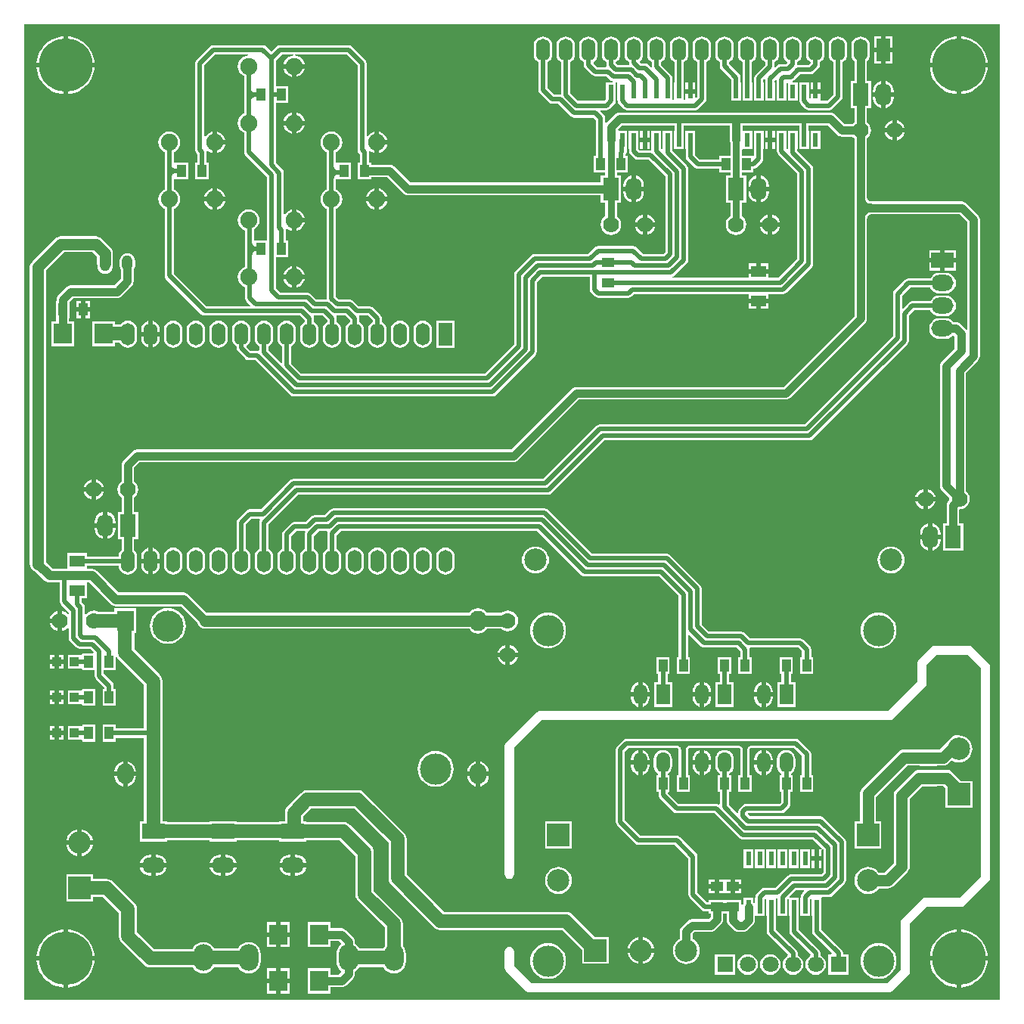
<source format=gbl>
G04*
G04 #@! TF.GenerationSoftware,Altium Limited,Altium Designer,18.0.7 (293)*
G04*
G04 Layer_Physical_Order=2*
G04 Layer_Color=16711680*
%FSLAX25Y25*%
%MOIN*%
G70*
G01*
G75*
%ADD10R,0.03937X0.05500*%
%ADD11R,0.02362X0.06102*%
%ADD12R,0.06500X0.05000*%
%ADD13R,0.05500X0.03937*%
%ADD14R,0.08000X0.09055*%
%ADD15R,0.03937X0.03937*%
%ADD16C,0.02000*%
%ADD17C,0.03500*%
%ADD18C,0.06000*%
%ADD19C,0.05000*%
%ADD20C,0.04000*%
%ADD21C,0.03000*%
%ADD22C,0.09843*%
%ADD23R,0.06000X0.09000*%
%ADD24O,0.06000X0.09000*%
%ADD25O,0.07000X0.10000*%
%ADD26R,0.07000X0.10000*%
%ADD27C,0.07000*%
%ADD28O,0.06142X0.09843*%
%ADD29R,0.06142X0.09843*%
%ADD30C,0.07087*%
%ADD31R,0.07087X0.07087*%
%ADD32R,0.09843X0.09843*%
%ADD33R,0.09843X0.09843*%
%ADD34C,0.13780*%
%ADD35C,0.07500*%
%ADD36C,0.23622*%
%ADD37O,0.09843X0.07087*%
%ADD38R,0.09843X0.07087*%
%ADD39O,0.10000X0.07000*%
%ADD40R,0.10000X0.07000*%
%ADD41O,0.08661X0.11811*%
%ADD42O,0.04724X0.07087*%
%ADD43O,0.06142X0.09843*%
%ADD44R,0.06142X0.09843*%
%ADD45O,0.07500X0.09000*%
%ADD46R,0.07500X0.09000*%
G36*
X431541Y1529D02*
X1529D01*
X1529Y431541D01*
X431541D01*
Y1529D01*
D02*
G37*
%LPC*%
G36*
X384195Y426022D02*
X381124D01*
Y421101D01*
X384195D01*
Y426022D01*
D02*
G37*
G36*
X379124D02*
X376054D01*
Y421101D01*
X379124D01*
Y426022D01*
D02*
G37*
G36*
X414386Y426158D02*
Y414386D01*
X426158D01*
X426078Y415396D01*
X425607Y417357D01*
X424836Y419220D01*
X423782Y420939D01*
X422473Y422473D01*
X420939Y423782D01*
X419220Y424836D01*
X417357Y425607D01*
X415396Y426078D01*
X414386Y426158D01*
D02*
G37*
G36*
X412386D02*
X411376Y426078D01*
X409415Y425607D01*
X407552Y424836D01*
X405832Y423782D01*
X404299Y422473D01*
X402989Y420939D01*
X401936Y419220D01*
X401164Y417357D01*
X400693Y415396D01*
X400614Y414386D01*
X412386D01*
Y426158D01*
D02*
G37*
G36*
X20685D02*
Y414386D01*
X32457D01*
X32377Y415396D01*
X31907Y417357D01*
X31135Y419220D01*
X30081Y420939D01*
X28772Y422473D01*
X27239Y423782D01*
X25519Y424836D01*
X23656Y425607D01*
X21695Y426078D01*
X20685Y426158D01*
D02*
G37*
G36*
X18685D02*
X17675Y426078D01*
X15714Y425607D01*
X13851Y424836D01*
X12132Y423782D01*
X10598Y422473D01*
X9289Y420939D01*
X8235Y419220D01*
X7463Y417357D01*
X6993Y415396D01*
X6913Y414386D01*
X18685D01*
Y426158D01*
D02*
G37*
G36*
X384195Y419101D02*
X381124D01*
Y414180D01*
X384195D01*
Y419101D01*
D02*
G37*
G36*
X379124D02*
X376054D01*
Y414180D01*
X379124D01*
Y419101D01*
D02*
G37*
G36*
X350124Y426058D02*
X349062Y425918D01*
X348071Y425507D01*
X347221Y424855D01*
X346568Y424005D01*
X346158Y423014D01*
X346018Y421952D01*
Y418251D01*
X346158Y417188D01*
X346568Y416198D01*
X347221Y415347D01*
X347981Y414764D01*
X348009Y414257D01*
X348005Y414227D01*
X347154Y413376D01*
X342609D01*
X342352Y413563D01*
X342164Y413822D01*
Y414689D01*
X342177Y414695D01*
X343028Y415347D01*
X343680Y416198D01*
X344091Y417188D01*
X344230Y418251D01*
Y421952D01*
X344091Y423014D01*
X343680Y424005D01*
X343028Y424855D01*
X342177Y425507D01*
X341187Y425918D01*
X340124Y426058D01*
X339062Y425918D01*
X338071Y425507D01*
X337221Y424855D01*
X336568Y424005D01*
X336158Y423014D01*
X336018Y421952D01*
Y418251D01*
X336158Y417188D01*
X336568Y416198D01*
X337221Y415347D01*
X337781Y414918D01*
X337825Y414283D01*
X337312Y413770D01*
X334613D01*
X334613Y413770D01*
X333833Y413615D01*
X333171Y413173D01*
X332601Y412602D01*
X332164Y412872D01*
Y414689D01*
X332177Y414695D01*
X333028Y415347D01*
X333680Y416198D01*
X334090Y417188D01*
X334230Y418251D01*
Y421952D01*
X334090Y423014D01*
X333680Y424005D01*
X333028Y424855D01*
X332177Y425507D01*
X331187Y425918D01*
X330124Y426058D01*
X329062Y425918D01*
X328071Y425507D01*
X327221Y424855D01*
X326569Y424005D01*
X326158Y423014D01*
X326018Y421952D01*
Y418251D01*
X326158Y417188D01*
X326569Y416198D01*
X327221Y415347D01*
X328071Y414695D01*
X328085Y414689D01*
Y413599D01*
X323742Y409255D01*
X323300Y408593D01*
X323144Y407813D01*
Y405845D01*
X323002D01*
Y397743D01*
X327365D01*
Y405845D01*
X327223D01*
Y406968D01*
X327654Y407400D01*
X327860Y407358D01*
X328144Y407183D01*
Y405845D01*
X328002D01*
Y397743D01*
X332365D01*
Y405845D01*
X332223D01*
Y406457D01*
X332644Y406878D01*
X333144Y406671D01*
Y405845D01*
X333002D01*
Y397743D01*
X337365D01*
Y405583D01*
X337684Y405775D01*
X338002Y405583D01*
Y397743D01*
X342365D01*
Y405845D01*
X340263D01*
X340181Y406106D01*
X340180Y406345D01*
X340779Y406746D01*
X343332Y409298D01*
X347999D01*
X348779Y409453D01*
X349441Y409895D01*
X351566Y412021D01*
X351566Y412021D01*
X352008Y412682D01*
X352164Y413463D01*
X352164Y413463D01*
Y414689D01*
X352177Y414695D01*
X353028Y415347D01*
X353680Y416198D01*
X354090Y417188D01*
X354230Y418251D01*
Y421952D01*
X354090Y423014D01*
X353680Y424005D01*
X353028Y424855D01*
X352177Y425507D01*
X351187Y425918D01*
X350124Y426058D01*
D02*
G37*
G36*
X119363Y411916D02*
X115703D01*
X115735Y411676D01*
X116214Y410521D01*
X116975Y409528D01*
X117967Y408767D01*
X119123Y408288D01*
X119363Y408257D01*
Y411916D01*
D02*
G37*
G36*
X125022D02*
X121363D01*
Y408257D01*
X121603Y408288D01*
X122758Y408767D01*
X123750Y409528D01*
X124512Y410521D01*
X124990Y411676D01*
X125022Y411916D01*
D02*
G37*
G36*
X352365Y405845D02*
X351184D01*
Y402794D01*
X352365D01*
Y405845D01*
D02*
G37*
G36*
X297247D02*
X296065D01*
Y402794D01*
X297247D01*
Y405845D01*
D02*
G37*
G36*
X349184D02*
X348002D01*
Y402794D01*
X349184D01*
Y405845D01*
D02*
G37*
G36*
X294065D02*
X292884D01*
Y402794D01*
X294065D01*
Y405845D01*
D02*
G37*
G36*
X381124Y406323D02*
Y401416D01*
X384663D01*
Y401916D01*
X384509Y403091D01*
X384055Y404185D01*
X383334Y405126D01*
X382394Y405847D01*
X381299Y406300D01*
X381124Y406323D01*
D02*
G37*
G36*
X379124D02*
X378950Y406300D01*
X377855Y405847D01*
X376915Y405126D01*
X376194Y404185D01*
X375740Y403091D01*
X375586Y401916D01*
Y401416D01*
X379124D01*
Y406323D01*
D02*
G37*
G36*
X426158Y412386D02*
X414386D01*
Y400614D01*
X415396Y400693D01*
X417357Y401164D01*
X419220Y401936D01*
X420939Y402989D01*
X422473Y404299D01*
X423782Y405832D01*
X424836Y407552D01*
X425607Y409415D01*
X426078Y411376D01*
X426158Y412386D01*
D02*
G37*
G36*
X412386D02*
X400614D01*
X400693Y411376D01*
X401164Y409415D01*
X401936Y407552D01*
X402989Y405832D01*
X404299Y404299D01*
X405832Y402989D01*
X407552Y401936D01*
X409415Y401164D01*
X411376Y400693D01*
X412386Y400614D01*
Y412386D01*
D02*
G37*
G36*
X32457D02*
X20685D01*
Y400614D01*
X21695Y400693D01*
X23656Y401164D01*
X25519Y401936D01*
X27239Y402989D01*
X28772Y404299D01*
X30081Y405832D01*
X31135Y407552D01*
X31907Y409415D01*
X32377Y411376D01*
X32457Y412386D01*
D02*
G37*
G36*
X18685D02*
X6913D01*
X6993Y411376D01*
X7463Y409415D01*
X8235Y407552D01*
X9289Y405832D01*
X10598Y404299D01*
X12132Y402989D01*
X13851Y401936D01*
X15714Y401164D01*
X17675Y400693D01*
X18685Y400614D01*
Y412386D01*
D02*
G37*
G36*
X320124Y426058D02*
X319062Y425918D01*
X318071Y425507D01*
X317221Y424855D01*
X316568Y424005D01*
X316158Y423014D01*
X316018Y421952D01*
Y418251D01*
X316158Y417188D01*
X316568Y416198D01*
X317221Y415347D01*
X318071Y414695D01*
X318144Y414665D01*
Y405845D01*
X318002D01*
Y397743D01*
X322365D01*
Y405845D01*
X322223D01*
Y414730D01*
X323028Y415347D01*
X323680Y416198D01*
X324091Y417188D01*
X324230Y418251D01*
Y421952D01*
X324091Y423014D01*
X323680Y424005D01*
X323028Y424855D01*
X322177Y425507D01*
X321187Y425918D01*
X320124Y426058D01*
D02*
G37*
G36*
X310124D02*
X309062Y425918D01*
X308071Y425507D01*
X307221Y424855D01*
X306569Y424005D01*
X306158Y423014D01*
X306018Y421952D01*
Y418251D01*
X306158Y417188D01*
X306569Y416198D01*
X307221Y415347D01*
X308071Y414695D01*
X308085Y414689D01*
Y412991D01*
X308241Y412211D01*
X308682Y411550D01*
X313144Y407088D01*
Y405845D01*
X313002D01*
Y397743D01*
X317365D01*
Y405845D01*
X317223D01*
Y407932D01*
X317067Y408713D01*
X316625Y409374D01*
X312164Y413836D01*
Y414689D01*
X312177Y414695D01*
X313028Y415347D01*
X313680Y416198D01*
X314090Y417188D01*
X314230Y418251D01*
Y421952D01*
X314090Y423014D01*
X313680Y424005D01*
X313028Y424855D01*
X312177Y425507D01*
X311187Y425918D01*
X310124Y426058D01*
D02*
G37*
G36*
X360124D02*
X359062Y425918D01*
X358071Y425507D01*
X357221Y424855D01*
X356569Y424005D01*
X356158Y423014D01*
X356018Y421952D01*
Y418251D01*
X356158Y417188D01*
X356569Y416198D01*
X357221Y415347D01*
X358071Y414695D01*
X358085Y414689D01*
Y400287D01*
X355422Y397624D01*
X352816D01*
X352365Y397743D01*
X352365Y398125D01*
Y400794D01*
X350184D01*
X348002D01*
Y398872D01*
X347502Y398604D01*
X347365Y398696D01*
Y405845D01*
X343002D01*
Y397743D01*
X343144D01*
Y397647D01*
X343300Y396867D01*
X343742Y396205D01*
X345804Y394143D01*
X346465Y393701D01*
X347246Y393546D01*
X347246Y393546D01*
X356267D01*
X357047Y393701D01*
X357709Y394143D01*
X361566Y398001D01*
X362008Y398662D01*
X362164Y399443D01*
X362164Y399443D01*
Y414689D01*
X362177Y414695D01*
X363028Y415347D01*
X363680Y416198D01*
X364090Y417188D01*
X364230Y418251D01*
Y421952D01*
X364090Y423014D01*
X363680Y424005D01*
X363028Y424855D01*
X362177Y425507D01*
X361187Y425918D01*
X360124Y426058D01*
D02*
G37*
G36*
X384663Y399416D02*
X381124D01*
Y394509D01*
X381299Y394532D01*
X382394Y394985D01*
X383334Y395707D01*
X384055Y396647D01*
X384509Y397741D01*
X384663Y398916D01*
Y399416D01*
D02*
G37*
G36*
X379124D02*
X375586D01*
Y398916D01*
X375740Y397741D01*
X376194Y396647D01*
X376915Y395707D01*
X377855Y394985D01*
X378950Y394532D01*
X379124Y394509D01*
Y399416D01*
D02*
G37*
G36*
X370124Y426058D02*
X369062Y425918D01*
X368071Y425507D01*
X367221Y424855D01*
X366568Y424005D01*
X366158Y423014D01*
X366018Y421952D01*
Y418251D01*
X366158Y417188D01*
X366568Y416198D01*
X367221Y415347D01*
X367351Y415248D01*
Y406416D01*
X365624D01*
Y394416D01*
X367351D01*
Y388212D01*
X366915Y387877D01*
X366581Y387442D01*
X362948D01*
X358744Y391645D01*
X358170Y392086D01*
X357501Y392363D01*
X356783Y392457D01*
X263747D01*
X263029Y392363D01*
X262360Y392086D01*
X261786Y391645D01*
X258105Y387964D01*
X258102Y387964D01*
X257605Y388134D01*
Y389988D01*
X257450Y390768D01*
X257007Y391429D01*
X255353Y393084D01*
X255544Y393546D01*
X258003D01*
X258784Y393701D01*
X259445Y394143D01*
X261507Y396205D01*
X261949Y396867D01*
X262037Y397308D01*
X262246Y397743D01*
X262246Y397743D01*
X262246Y397743D01*
Y405798D01*
X262246Y405845D01*
X262308Y406088D01*
X262504D01*
X262884Y405613D01*
Y397743D01*
X263026D01*
Y397647D01*
X263181Y396867D01*
X263623Y396205D01*
X265686Y394143D01*
X266347Y393701D01*
X267127Y393546D01*
X267127Y393546D01*
X297212D01*
X297992Y393701D01*
X298654Y394143D01*
X301566Y397056D01*
X301566Y397056D01*
X302008Y397717D01*
X302164Y398498D01*
Y414689D01*
X302177Y414695D01*
X303028Y415347D01*
X303680Y416198D01*
X304090Y417188D01*
X304230Y418251D01*
Y421952D01*
X304090Y423014D01*
X303680Y424005D01*
X303028Y424855D01*
X302177Y425507D01*
X301187Y425918D01*
X300124Y426058D01*
X299062Y425918D01*
X298071Y425507D01*
X297221Y424855D01*
X296568Y424005D01*
X296158Y423014D01*
X296018Y421952D01*
Y418251D01*
X296158Y417188D01*
X296568Y416198D01*
X297221Y415347D01*
X298071Y414695D01*
X298085Y414689D01*
Y399342D01*
X297708Y398966D01*
X297247Y399157D01*
Y400794D01*
X295065D01*
Y401794D01*
D01*
Y400794D01*
X292884D01*
Y398149D01*
X292565Y397963D01*
X292247Y398149D01*
Y405845D01*
X292105D01*
Y414665D01*
X292177Y414695D01*
X293028Y415347D01*
X293680Y416198D01*
X294091Y417188D01*
X294230Y418251D01*
Y421952D01*
X294091Y423014D01*
X293680Y424005D01*
X293028Y424855D01*
X292177Y425507D01*
X291187Y425918D01*
X290124Y426058D01*
X289062Y425918D01*
X288071Y425507D01*
X287221Y424855D01*
X286568Y424005D01*
X286158Y423014D01*
X286018Y421952D01*
Y418251D01*
X286158Y417188D01*
X286568Y416198D01*
X287221Y415347D01*
X288026Y414730D01*
Y405845D01*
X287884D01*
Y398149D01*
X287565Y397963D01*
X287246Y398149D01*
Y405845D01*
X287105D01*
Y407813D01*
X286949Y408593D01*
X286507Y409255D01*
X286507Y409255D01*
X282164Y413599D01*
Y414689D01*
X282177Y414695D01*
X283028Y415347D01*
X283680Y416198D01*
X284090Y417188D01*
X284230Y418251D01*
Y421952D01*
X284090Y423014D01*
X283680Y424005D01*
X283028Y424855D01*
X282177Y425507D01*
X281187Y425918D01*
X280124Y426058D01*
X279062Y425918D01*
X278071Y425507D01*
X277221Y424855D01*
X276569Y424005D01*
X276158Y423014D01*
X276018Y421952D01*
Y418251D01*
X276158Y417188D01*
X276569Y416198D01*
X277221Y415347D01*
X278071Y414695D01*
X278085Y414689D01*
Y412795D01*
X277991Y412715D01*
X277614Y412559D01*
X276606Y413567D01*
X275945Y414009D01*
X275164Y414164D01*
X273253D01*
X272754Y414663D01*
X272786Y415162D01*
X273028Y415347D01*
X273680Y416198D01*
X274091Y417188D01*
X274230Y418251D01*
Y421952D01*
X274091Y423014D01*
X273680Y424005D01*
X273028Y424855D01*
X272177Y425507D01*
X271187Y425918D01*
X270124Y426058D01*
X269062Y425918D01*
X268071Y425507D01*
X267221Y424855D01*
X266568Y424005D01*
X266158Y423014D01*
X266018Y421952D01*
Y418251D01*
X266158Y417188D01*
X266568Y416198D01*
X267221Y415347D01*
X268071Y414695D01*
X268085Y414689D01*
Y414409D01*
X268191Y413876D01*
X267853Y413376D01*
X263094D01*
X262244Y414227D01*
X262239Y414257D01*
X262268Y414764D01*
X263028Y415347D01*
X263680Y416198D01*
X264090Y417188D01*
X264230Y418251D01*
Y421952D01*
X264090Y423014D01*
X263680Y424005D01*
X263028Y424855D01*
X262177Y425507D01*
X261187Y425918D01*
X260124Y426058D01*
X259062Y425918D01*
X258071Y425507D01*
X257221Y424855D01*
X256569Y424005D01*
X256158Y423014D01*
X256018Y421952D01*
Y418251D01*
X256158Y417188D01*
X256569Y416198D01*
X257221Y415347D01*
X258071Y414695D01*
X258085Y414689D01*
Y413463D01*
X258159Y413089D01*
X257749Y412589D01*
X253962D01*
X252324Y414227D01*
X252304Y414291D01*
X252335Y414816D01*
X253028Y415347D01*
X253680Y416198D01*
X254090Y417188D01*
X254230Y418251D01*
Y421952D01*
X254090Y423014D01*
X253680Y424005D01*
X253028Y424855D01*
X252177Y425507D01*
X251187Y425918D01*
X250124Y426058D01*
X249062Y425918D01*
X248071Y425507D01*
X247221Y424855D01*
X246568Y424005D01*
X246158Y423014D01*
X246018Y421952D01*
Y418251D01*
X246158Y417188D01*
X246568Y416198D01*
X247221Y415347D01*
X248071Y414695D01*
X248085Y414689D01*
Y413543D01*
X248240Y412762D01*
X248682Y412101D01*
X251675Y409108D01*
X251675Y409108D01*
X252337Y408666D01*
X253117Y408511D01*
X253117Y408511D01*
X257950D01*
X259565Y406895D01*
X260227Y406453D01*
X260770Y406345D01*
X260720Y405845D01*
X257884D01*
Y398350D01*
X257159Y397624D01*
X245548D01*
X242164Y401009D01*
Y414689D01*
X242177Y414695D01*
X243028Y415347D01*
X243680Y416198D01*
X244091Y417188D01*
X244230Y418251D01*
Y421952D01*
X244091Y423014D01*
X243680Y424005D01*
X243028Y424855D01*
X242177Y425507D01*
X241187Y425918D01*
X240124Y426058D01*
X239062Y425918D01*
X238071Y425507D01*
X237221Y424855D01*
X236568Y424005D01*
X236158Y423014D01*
X236018Y421952D01*
Y418251D01*
X236158Y417188D01*
X236568Y416198D01*
X237221Y415347D01*
X238071Y414695D01*
X238085Y414689D01*
Y400699D01*
X237701Y400384D01*
X235064D01*
X232164Y403285D01*
Y414689D01*
X232177Y414695D01*
X233028Y415347D01*
X233680Y416198D01*
X234090Y417188D01*
X234230Y418251D01*
Y421952D01*
X234090Y423014D01*
X233680Y424005D01*
X233028Y424855D01*
X232177Y425507D01*
X231187Y425918D01*
X230124Y426058D01*
X229062Y425918D01*
X228071Y425507D01*
X227221Y424855D01*
X226569Y424005D01*
X226158Y423014D01*
X226018Y421952D01*
Y418251D01*
X226158Y417188D01*
X226569Y416198D01*
X227221Y415347D01*
X228071Y414695D01*
X228085Y414689D01*
Y402440D01*
X228240Y401660D01*
X228682Y400998D01*
X232778Y396903D01*
X233439Y396461D01*
X234220Y396306D01*
X236857D01*
X242327Y390835D01*
X242989Y390393D01*
X243769Y390238D01*
X243769Y390238D01*
X252431D01*
X253526Y389143D01*
Y373458D01*
X252597D01*
Y365957D01*
X257516D01*
Y364881D01*
X255565D01*
Y361654D01*
X171696D01*
X164556Y368794D01*
X163982Y369235D01*
X163313Y369512D01*
X162595Y369606D01*
X154332D01*
Y370583D01*
X153402D01*
Y374986D01*
X153312Y375440D01*
X153766Y375722D01*
X154467Y375184D01*
X155623Y374705D01*
X155863Y374673D01*
Y379333D01*
Y383992D01*
X155623Y383960D01*
X154467Y383482D01*
X153475Y382720D01*
X152902Y381974D01*
X152402Y382143D01*
Y414242D01*
X152247Y415022D01*
X151805Y415684D01*
X145848Y421640D01*
X145186Y422083D01*
X144406Y422238D01*
X114193D01*
X113413Y422083D01*
X112752Y421640D01*
X110363Y419252D01*
X107974Y421640D01*
X107312Y422083D01*
X106532Y422238D01*
X84820D01*
X84039Y422083D01*
X83378Y421640D01*
X77421Y415684D01*
X76979Y415022D01*
X76824Y414242D01*
Y375986D01*
X76979Y375206D01*
X77421Y374544D01*
X77824Y374141D01*
Y370583D01*
X76894D01*
Y363083D01*
X82832D01*
Y370583D01*
X81902D01*
Y374986D01*
X81812Y375440D01*
X82266Y375722D01*
X82967Y375184D01*
X84123Y374705D01*
X84363Y374673D01*
Y379333D01*
Y383992D01*
X84123Y383960D01*
X82967Y383482D01*
X81975Y382720D01*
X81402Y381974D01*
X80902Y382143D01*
Y413397D01*
X85664Y418159D01*
X99968D01*
X100001Y417659D01*
X99123Y417544D01*
X97967Y417065D01*
X96975Y416304D01*
X96214Y415312D01*
X95735Y414156D01*
X95572Y412916D01*
X95735Y411676D01*
X96214Y410521D01*
X96975Y409528D01*
X97967Y408767D01*
X98324Y408619D01*
Y400416D01*
Y392213D01*
X97967Y392065D01*
X96975Y391304D01*
X96214Y390312D01*
X95735Y389156D01*
X95572Y387916D01*
X95735Y386676D01*
X96214Y385521D01*
X96975Y384528D01*
X97967Y383767D01*
X98324Y383619D01*
Y375149D01*
X98479Y374368D01*
X98921Y373707D01*
X108469Y364159D01*
Y336268D01*
X102902D01*
Y340979D01*
X103751Y341630D01*
X104512Y342622D01*
X104990Y343778D01*
X105154Y345018D01*
X104990Y346258D01*
X104512Y347413D01*
X103751Y348405D01*
X102758Y349167D01*
X101603Y349645D01*
X100363Y349809D01*
X99123Y349645D01*
X97967Y349167D01*
X96975Y348405D01*
X96214Y347413D01*
X95735Y346258D01*
X95572Y345018D01*
X95735Y343778D01*
X96214Y342622D01*
X96975Y341630D01*
X97967Y340868D01*
X98824Y340514D01*
Y332518D01*
Y324521D01*
X97967Y324167D01*
X96975Y323405D01*
X96214Y322413D01*
X95735Y321258D01*
X95572Y320018D01*
X95735Y318778D01*
X96214Y317622D01*
X96975Y316630D01*
X97967Y315868D01*
X98824Y315514D01*
Y310637D01*
X98979Y309857D01*
X99421Y309195D01*
X101115Y307501D01*
X100924Y307039D01*
X81862D01*
X67402Y321499D01*
Y350036D01*
X67758Y350184D01*
X68751Y350945D01*
X69512Y351937D01*
X69990Y353093D01*
X70154Y354333D01*
X69990Y355573D01*
X69512Y356728D01*
X68751Y357720D01*
X67758Y358482D01*
X67402Y358629D01*
Y363064D01*
X67895Y363083D01*
Y363083D01*
X73831D01*
Y370583D01*
X67895D01*
Y370583D01*
X67402Y370601D01*
Y375036D01*
X67758Y375184D01*
X68751Y375945D01*
X69512Y376937D01*
X69990Y378093D01*
X70154Y379333D01*
X69990Y380573D01*
X69512Y381728D01*
X68751Y382720D01*
X67758Y383482D01*
X66603Y383960D01*
X65363Y384124D01*
X64123Y383960D01*
X62967Y383482D01*
X61975Y382720D01*
X61214Y381728D01*
X60735Y380573D01*
X60572Y379333D01*
X60735Y378093D01*
X61214Y376937D01*
X61975Y375945D01*
X62967Y375184D01*
X63324Y375036D01*
Y366833D01*
Y358629D01*
X62967Y358482D01*
X61975Y357720D01*
X61214Y356728D01*
X60735Y355573D01*
X60572Y354333D01*
X60735Y353093D01*
X61214Y351937D01*
X61975Y350945D01*
X62967Y350184D01*
X63324Y350036D01*
Y320655D01*
X63479Y319874D01*
X63921Y319213D01*
X79576Y303558D01*
X80237Y303116D01*
X81018Y302961D01*
X123004D01*
X125080Y300885D01*
Y300261D01*
X125066Y300255D01*
X124216Y299603D01*
X123563Y298752D01*
X123153Y297762D01*
X123013Y296699D01*
Y292998D01*
X123153Y291936D01*
X123563Y290945D01*
X124216Y290095D01*
X125066Y289442D01*
X126057Y289032D01*
X127119Y288892D01*
X128182Y289032D01*
X129172Y289442D01*
X130023Y290095D01*
X130675Y290945D01*
X131085Y291936D01*
X131225Y292998D01*
Y296699D01*
X131085Y297762D01*
X130675Y298752D01*
X130023Y299603D01*
X129172Y300255D01*
X129158Y300261D01*
Y301729D01*
X129013Y302461D01*
X129038Y302597D01*
X129232Y302961D01*
X133004D01*
X135080Y300885D01*
Y300261D01*
X135066Y300255D01*
X134216Y299603D01*
X133563Y298752D01*
X133153Y297762D01*
X133013Y296699D01*
Y292998D01*
X133153Y291936D01*
X133563Y290945D01*
X134216Y290095D01*
X135066Y289442D01*
X136057Y289032D01*
X137119Y288892D01*
X138182Y289032D01*
X139172Y289442D01*
X140023Y290095D01*
X140675Y290945D01*
X141085Y291936D01*
X141225Y292998D01*
Y296699D01*
X141085Y297762D01*
X140675Y298752D01*
X140023Y299603D01*
X139172Y300255D01*
X139158Y300261D01*
Y301729D01*
X139013Y302461D01*
X139038Y302597D01*
X139232Y302961D01*
X143004D01*
X145080Y300885D01*
Y300261D01*
X145066Y300255D01*
X144216Y299603D01*
X143563Y298752D01*
X143153Y297762D01*
X143013Y296699D01*
Y292998D01*
X143153Y291936D01*
X143563Y290945D01*
X144216Y290095D01*
X145066Y289442D01*
X146057Y289032D01*
X147119Y288892D01*
X148182Y289032D01*
X149172Y289442D01*
X150023Y290095D01*
X150675Y290945D01*
X151085Y291936D01*
X151225Y292998D01*
Y296699D01*
X151085Y297762D01*
X150675Y298752D01*
X150023Y299603D01*
X149172Y300255D01*
X149159Y300261D01*
Y301729D01*
X149013Y302461D01*
X149038Y302597D01*
X149232Y302961D01*
X153004D01*
X155080Y300885D01*
Y300261D01*
X155066Y300255D01*
X154216Y299603D01*
X153563Y298752D01*
X153153Y297762D01*
X153013Y296699D01*
Y292998D01*
X153153Y291936D01*
X153563Y290945D01*
X154216Y290095D01*
X155066Y289442D01*
X156057Y289032D01*
X157119Y288892D01*
X158182Y289032D01*
X159172Y289442D01*
X160023Y290095D01*
X160675Y290945D01*
X161085Y291936D01*
X161225Y292998D01*
Y296699D01*
X161085Y297762D01*
X160675Y298752D01*
X160023Y299603D01*
X159172Y300255D01*
X159159Y300261D01*
Y301729D01*
X159003Y302510D01*
X158561Y303171D01*
X155291Y306442D01*
X154629Y306884D01*
X153849Y307039D01*
X148936D01*
X146533Y309442D01*
X145872Y309884D01*
X145091Y310039D01*
X140179D01*
X138902Y311316D01*
Y350036D01*
X139258Y350184D01*
X140251Y350945D01*
X141012Y351937D01*
X141490Y353093D01*
X141654Y354333D01*
X141490Y355573D01*
X141012Y356728D01*
X140251Y357720D01*
X139258Y358482D01*
X138902Y358629D01*
Y363064D01*
X139394Y363083D01*
Y363083D01*
X145332D01*
Y370583D01*
X139394D01*
Y370583D01*
X138902Y370601D01*
Y375036D01*
X139258Y375184D01*
X140251Y375945D01*
X141012Y376937D01*
X141490Y378093D01*
X141654Y379333D01*
X141490Y380573D01*
X141012Y381728D01*
X140251Y382720D01*
X139258Y383482D01*
X138103Y383960D01*
X136863Y384124D01*
X135623Y383960D01*
X134467Y383482D01*
X133475Y382720D01*
X132714Y381728D01*
X132235Y380573D01*
X132072Y379333D01*
X132235Y378093D01*
X132714Y376937D01*
X133475Y375945D01*
X134467Y375184D01*
X134824Y375036D01*
Y366176D01*
Y358629D01*
X134467Y358482D01*
X133475Y357720D01*
X132714Y356728D01*
X132235Y355573D01*
X132072Y354333D01*
X132235Y353093D01*
X132714Y351937D01*
X133475Y350945D01*
X134467Y350184D01*
X134824Y350036D01*
Y310471D01*
X134833Y310426D01*
X134516Y310039D01*
X130179D01*
X127776Y312442D01*
X127114Y312884D01*
X126334Y313039D01*
X114345D01*
X112547Y314837D01*
Y328768D01*
X117832D01*
Y336268D01*
X116902D01*
Y340671D01*
X116812Y341125D01*
X117266Y341407D01*
X117967Y340868D01*
X119123Y340390D01*
X119363Y340358D01*
Y345018D01*
Y349677D01*
X119123Y349645D01*
X117967Y349167D01*
X116975Y348405D01*
X116402Y347658D01*
X115902Y347828D01*
Y365891D01*
X115747Y366671D01*
X115305Y367333D01*
X112402Y370236D01*
Y396666D01*
X117832D01*
Y404166D01*
X112402D01*
Y415523D01*
X115038Y418159D01*
X119968D01*
X120001Y417659D01*
X119123Y417544D01*
X117967Y417065D01*
X116975Y416304D01*
X116214Y415312D01*
X115735Y414156D01*
X115703Y413916D01*
X120363D01*
X125022D01*
X124990Y414156D01*
X124512Y415312D01*
X123750Y416304D01*
X122758Y417065D01*
X121603Y417544D01*
X120725Y417659D01*
X120758Y418159D01*
X143561D01*
X148324Y413397D01*
Y375986D01*
X148479Y375206D01*
X148921Y374544D01*
X149324Y374141D01*
Y370583D01*
X148395D01*
Y363083D01*
X154332D01*
Y364059D01*
X161446D01*
X168586Y356919D01*
X169160Y356479D01*
X169829Y356202D01*
X170547Y356107D01*
X255565D01*
Y352881D01*
X257516D01*
Y346849D01*
X256856Y346342D01*
X256135Y345402D01*
X255681Y344307D01*
X255526Y343133D01*
X255681Y341958D01*
X256135Y340863D01*
X256856Y339923D01*
X257796Y339202D01*
X258891Y338749D01*
X260065Y338594D01*
X261240Y338749D01*
X262335Y339202D01*
X263275Y339923D01*
X263996Y340863D01*
X264450Y341958D01*
X264604Y343133D01*
X264450Y344307D01*
X263996Y345402D01*
X263275Y346342D01*
X262614Y346849D01*
Y352881D01*
X264565D01*
Y364881D01*
X262614D01*
Y365957D01*
X267534D01*
Y373458D01*
X266605D01*
Y374022D01*
X266812Y374332D01*
X266968Y375113D01*
Y376483D01*
X267247D01*
Y384585D01*
X263279D01*
X263071Y385085D01*
X264896Y386910D01*
X288026D01*
Y384585D01*
X287884D01*
Y376483D01*
X292247D01*
Y384585D01*
X292105D01*
Y386910D01*
X312410D01*
Y380534D01*
X312504Y379816D01*
X312634Y379502D01*
Y373458D01*
X307715D01*
Y371747D01*
X299238D01*
X297105Y373880D01*
Y376483D01*
X297247D01*
Y384585D01*
X292884D01*
Y376483D01*
X293026D01*
Y373035D01*
X293181Y372255D01*
X293623Y371593D01*
X296951Y368266D01*
X297613Y367824D01*
X298393Y367668D01*
X307715D01*
Y365957D01*
X312634D01*
Y364881D01*
X310683D01*
Y352881D01*
X312634D01*
Y346849D01*
X311974Y346342D01*
X311253Y345402D01*
X310799Y344307D01*
X310645Y343133D01*
X310799Y341958D01*
X311253Y340863D01*
X311974Y339923D01*
X312914Y339202D01*
X314009Y338749D01*
X315183Y338594D01*
X316358Y338749D01*
X317453Y339202D01*
X318393Y339923D01*
X319114Y340863D01*
X319568Y341958D01*
X319722Y343133D01*
X319568Y344307D01*
X319114Y345402D01*
X318393Y346342D01*
X317733Y346849D01*
Y352881D01*
X319684D01*
Y364881D01*
X317733D01*
Y365957D01*
X322652D01*
Y367668D01*
X322802D01*
X323583Y367824D01*
X324244Y368266D01*
X326625Y370647D01*
X327067Y371308D01*
X327223Y372089D01*
Y376483D01*
X327365D01*
Y384585D01*
X323002D01*
Y376483D01*
X323144D01*
Y373476D01*
X322652Y373458D01*
Y373458D01*
X317733D01*
Y376095D01*
X318002Y376483D01*
X318232Y376483D01*
X322365D01*
Y384585D01*
X318002Y384585D01*
X317957Y385067D01*
Y386910D01*
X343144D01*
Y384585D01*
X343002D01*
Y376483D01*
X347365D01*
Y384585D01*
X347223D01*
Y386910D01*
X355634D01*
X359837Y382707D01*
X360412Y382266D01*
X361081Y381989D01*
X361799Y381894D01*
X366581D01*
X366915Y381459D01*
X367351Y381124D01*
Y350518D01*
Y302806D01*
X336068Y271523D01*
X244717D01*
X243999Y271429D01*
X243330Y271152D01*
X242756Y270711D01*
X216068Y244023D01*
X51217D01*
X50499Y243929D01*
X49830Y243652D01*
X49255Y243211D01*
X45158Y239113D01*
X44717Y238539D01*
X44440Y237870D01*
X44346Y237152D01*
Y229889D01*
X43910Y229554D01*
X43189Y228614D01*
X42735Y227520D01*
X42581Y226345D01*
X42735Y225170D01*
X43189Y224076D01*
X43910Y223135D01*
X44346Y222801D01*
Y216597D01*
X42619D01*
Y204597D01*
X44346D01*
Y199702D01*
X44216Y199603D01*
X43563Y198752D01*
X43153Y197762D01*
X43038Y196888D01*
X28985D01*
Y198349D01*
X20485D01*
Y191375D01*
X13933D01*
X11000Y194308D01*
Y322962D01*
X19025Y330987D01*
X31542D01*
X33525Y329004D01*
Y326018D01*
X33646Y325104D01*
X33664Y325059D01*
Y324836D01*
X33780Y323959D01*
X34119Y323141D01*
X34658Y322439D01*
X35360Y321900D01*
X36178Y321561D01*
X37056Y321445D01*
X37933Y321561D01*
X38751Y321900D01*
X39454Y322439D01*
X39992Y323141D01*
X40331Y323959D01*
X40447Y324836D01*
Y325059D01*
X40466Y325104D01*
X40586Y326018D01*
Y330467D01*
X40466Y331380D01*
X40113Y332232D01*
X39552Y332963D01*
X35501Y337014D01*
X34770Y337575D01*
X33918Y337928D01*
X33005Y338048D01*
X17563D01*
X16649Y337928D01*
X15798Y337575D01*
X15067Y337014D01*
X4974Y326921D01*
X4413Y326190D01*
X4060Y325338D01*
X3940Y324425D01*
Y193559D01*
X4060Y192645D01*
X4413Y191794D01*
X4974Y191062D01*
X5705Y190501D01*
X6556Y190149D01*
X6607Y190142D01*
X10540Y186209D01*
X11167Y185729D01*
X11896Y185426D01*
X12679Y185323D01*
X17133D01*
Y177023D01*
X17288Y176242D01*
X17730Y175581D01*
X21094Y172217D01*
Y171571D01*
X20620Y171410D01*
X20405Y171690D01*
X19466Y172412D01*
X18371Y172865D01*
X18196Y172888D01*
Y168481D01*
X17196D01*
D01*
X18196D01*
Y164074D01*
X18371Y164097D01*
X19466Y164550D01*
X20405Y165271D01*
X20620Y165551D01*
X21094Y165391D01*
Y160929D01*
X21249Y160149D01*
X21691Y159487D01*
X24447Y156731D01*
X25109Y156289D01*
X25889Y156134D01*
X30618D01*
X32025Y154727D01*
X31818Y154227D01*
X26957D01*
Y153712D01*
X26567Y153445D01*
X20630D01*
Y147508D01*
X26567D01*
X26957Y147242D01*
Y146727D01*
X32511D01*
Y144259D01*
X32666Y143479D01*
X33108Y142817D01*
X36836Y139089D01*
Y138479D01*
X35957D01*
Y130979D01*
X41894D01*
Y138479D01*
X40915D01*
Y139934D01*
X40760Y140714D01*
X40317Y141376D01*
X36590Y145104D01*
Y146727D01*
X41894D01*
Y152279D01*
X42394Y152379D01*
X42443Y152261D01*
X43084Y151425D01*
X54252Y140257D01*
Y121020D01*
X41894D01*
Y122731D01*
X35957D01*
Y115231D01*
X41894D01*
Y116942D01*
X54252D01*
Y80253D01*
X52326D01*
Y71253D01*
X64326D01*
Y71718D01*
X83114D01*
Y71253D01*
X95114D01*
Y71718D01*
X113902D01*
Y71253D01*
X125902D01*
Y71718D01*
X140508D01*
X147432Y64794D01*
Y47906D01*
X147432Y47906D01*
X147570Y46862D01*
X147973Y45889D01*
X148614Y45053D01*
X160331Y33336D01*
Y24997D01*
X159748Y24237D01*
X159653Y24009D01*
X149155D01*
X149060Y24237D01*
X148206Y25351D01*
X147139Y26169D01*
Y27110D01*
X147044Y27828D01*
X146767Y28497D01*
X146326Y29071D01*
X143262Y32135D01*
X142688Y32576D01*
X142019Y32853D01*
X141301Y32948D01*
X136341D01*
Y35702D01*
X126341D01*
Y24646D01*
X136341D01*
Y27400D01*
X140152D01*
X141239Y26313D01*
X141206Y25814D01*
X140602Y25351D01*
X139748Y24237D01*
X139210Y22940D01*
X139027Y21549D01*
Y18399D01*
X139210Y17008D01*
X139748Y15711D01*
X140602Y14597D01*
X141222Y14121D01*
X141255Y13622D01*
X140191Y12558D01*
X136341D01*
Y15302D01*
X126341D01*
Y4247D01*
X136341D01*
Y7011D01*
X141340D01*
X142058Y7105D01*
X142727Y7382D01*
X143301Y7823D01*
X146365Y10887D01*
X146806Y11462D01*
X147083Y12131D01*
X147178Y12849D01*
Y13808D01*
X148206Y14597D01*
X149060Y15711D01*
X149155Y15939D01*
X159653D01*
X159748Y15711D01*
X160602Y14597D01*
X161716Y13743D01*
X163012Y13206D01*
X164404Y13023D01*
X165796Y13206D01*
X167092Y13743D01*
X168206Y14597D01*
X169060Y15711D01*
X169597Y17008D01*
X169781Y18399D01*
Y21549D01*
X169597Y22940D01*
X169060Y24237D01*
X168400Y25098D01*
Y35007D01*
X168262Y36051D01*
X167859Y37025D01*
X167218Y37860D01*
X155501Y49577D01*
Y66465D01*
X155501Y66465D01*
X155364Y67509D01*
X154961Y68482D01*
X154320Y69318D01*
X154319Y69318D01*
X145032Y78605D01*
X144196Y79247D01*
X143223Y79650D01*
X142179Y79787D01*
X142179Y79787D01*
X125902D01*
Y80253D01*
X124399D01*
Y82154D01*
X127941Y85696D01*
X146923D01*
X161999Y70620D01*
Y55085D01*
X161999Y55085D01*
X162136Y54040D01*
X162540Y53067D01*
X163181Y52232D01*
X182078Y33334D01*
X182078Y33334D01*
X182914Y32693D01*
X183887Y32290D01*
X184931Y32153D01*
X238582D01*
X247353Y23382D01*
Y17285D01*
X259195D01*
Y29128D01*
X253018D01*
X243106Y39040D01*
X242271Y39681D01*
X241298Y40084D01*
X240253Y40222D01*
X240253Y40222D01*
X186602D01*
X170068Y56756D01*
Y72291D01*
X169931Y73336D01*
X169528Y74309D01*
X168886Y75144D01*
X151447Y92583D01*
X150612Y93224D01*
X149639Y93627D01*
X148594Y93765D01*
X148594Y93765D01*
X126270D01*
X125226Y93627D01*
X124252Y93224D01*
X123417Y92583D01*
X123417Y92583D01*
X117511Y86678D01*
X116870Y85842D01*
X116467Y84869D01*
X116330Y83825D01*
X116330Y83825D01*
Y80253D01*
X113902D01*
Y79787D01*
X95114D01*
Y80253D01*
X83114D01*
Y79787D01*
X64326D01*
Y80253D01*
X62321D01*
Y118981D01*
Y141928D01*
X62321Y141928D01*
X62184Y142972D01*
X61781Y143946D01*
X61140Y144781D01*
X61140Y144781D01*
X49971Y155949D01*
Y162981D01*
X50726D01*
Y173981D01*
X41226D01*
Y172515D01*
X34215D01*
X33371Y172865D01*
X32196Y173020D01*
X31021Y172865D01*
X29927Y172412D01*
X28987Y171690D01*
X28722Y171346D01*
X28222Y171516D01*
Y174304D01*
X28067Y175085D01*
X27625Y175746D01*
X26736Y176636D01*
Y178349D01*
X28985D01*
Y185323D01*
X30077D01*
X39621Y175780D01*
X39621Y175780D01*
X40247Y175299D01*
X40977Y174997D01*
X41760Y174893D01*
X41760Y174893D01*
X70468D01*
X77743Y167618D01*
X77750Y167567D01*
X78102Y166716D01*
X78663Y165985D01*
X79394Y165424D01*
X80246Y165071D01*
X81160Y164951D01*
X197618D01*
X198084Y164343D01*
X199076Y163582D01*
X200232Y163103D01*
X201472Y162940D01*
X202712Y163103D01*
X203867Y163582D01*
X204859Y164343D01*
X205326Y164951D01*
X211810D01*
X212332Y164550D01*
X213426Y164097D01*
X214601Y163942D01*
X215776Y164097D01*
X216871Y164550D01*
X217811Y165271D01*
X218532Y166211D01*
X218985Y167306D01*
X219140Y168481D01*
X218985Y169656D01*
X218532Y170750D01*
X217811Y171690D01*
X216871Y172412D01*
X215776Y172865D01*
X214601Y173020D01*
X213426Y172865D01*
X212332Y172412D01*
X211810Y172011D01*
X205326D01*
X204859Y172619D01*
X203867Y173380D01*
X202712Y173859D01*
X201472Y174022D01*
X200232Y173859D01*
X199076Y173380D01*
X198084Y172619D01*
X197618Y172011D01*
X81909D01*
X73861Y180059D01*
X73234Y180540D01*
X72504Y180842D01*
X71721Y180945D01*
X43014D01*
X33470Y190489D01*
X32844Y190970D01*
X32114Y191272D01*
X31331Y191375D01*
X28985D01*
Y192810D01*
X43038D01*
X43153Y191936D01*
X43563Y190945D01*
X44216Y190095D01*
X45066Y189443D01*
X46057Y189032D01*
X47119Y188892D01*
X48182Y189032D01*
X49172Y189443D01*
X50023Y190095D01*
X50675Y190945D01*
X51085Y191936D01*
X51225Y192998D01*
Y196699D01*
X51085Y197762D01*
X50675Y198752D01*
X50023Y199603D01*
X49893Y199702D01*
Y204597D01*
X51619D01*
Y216597D01*
X49893D01*
Y222801D01*
X50329Y223135D01*
X51050Y224076D01*
X51503Y225170D01*
X51658Y226345D01*
X51503Y227520D01*
X51050Y228614D01*
X50329Y229554D01*
X49893Y229889D01*
Y236003D01*
X52366Y238476D01*
X217217D01*
X217935Y238571D01*
X218604Y238848D01*
X219178Y239288D01*
X245866Y265976D01*
X337217D01*
X337935Y266071D01*
X338604Y266348D01*
X339178Y266789D01*
X372086Y299696D01*
X372527Y300271D01*
X372804Y300939D01*
X372898Y301657D01*
Y345320D01*
X372924Y345817D01*
X373005Y346276D01*
X373129Y346647D01*
X373286Y346938D01*
X373474Y347168D01*
X373704Y347356D01*
X373995Y347513D01*
X374366Y347637D01*
X374825Y347718D01*
X375323Y347744D01*
X413714D01*
X417089Y344369D01*
Y296803D01*
X416589Y296634D01*
X416324Y296979D01*
X414025Y299278D01*
X413450Y299719D01*
X412781Y299996D01*
X412064Y300091D01*
X411223D01*
X410865Y300557D01*
X409916Y301285D01*
X408811Y301743D01*
X407625Y301899D01*
X404869D01*
X403683Y301743D01*
X402578Y301285D01*
X401629Y300557D01*
X400900Y299608D01*
X400443Y298503D01*
X400286Y297317D01*
X400443Y296131D01*
X400900Y295026D01*
X401629Y294076D01*
X402578Y293348D01*
X403683Y292891D01*
X404869Y292734D01*
X407625D01*
X408811Y292891D01*
X409916Y293348D01*
X410865Y294076D01*
X411184Y294097D01*
X411589Y293711D01*
Y288466D01*
X405901Y282778D01*
X405461Y282204D01*
X405184Y281535D01*
X405089Y280817D01*
Y227956D01*
X405184Y227238D01*
X405461Y226569D01*
X405901Y225995D01*
X409192Y222704D01*
X409121Y222159D01*
X409192Y221615D01*
X408856Y221279D01*
X408416Y220705D01*
X408139Y220036D01*
X408044Y219318D01*
Y211427D01*
X406318D01*
Y199427D01*
X415318D01*
Y211427D01*
X413591D01*
Y217561D01*
X413659Y217620D01*
X414834Y217775D01*
X415929Y218229D01*
X416869Y218950D01*
X417590Y219890D01*
X418044Y220985D01*
X418198Y222159D01*
X418044Y223334D01*
X417590Y224429D01*
X416869Y225369D01*
X416433Y225703D01*
Y277665D01*
X421824Y283056D01*
X422265Y283631D01*
X422542Y284300D01*
X422637Y285018D01*
Y345518D01*
X422542Y346235D01*
X422265Y346904D01*
X421824Y347479D01*
X416824Y352479D01*
X416250Y352920D01*
X415581Y353197D01*
X414863Y353291D01*
X375323D01*
X374825Y353317D01*
X374365Y353399D01*
X373995Y353522D01*
X373704Y353679D01*
X373474Y353867D01*
X373286Y354097D01*
X373129Y354388D01*
X373005Y354759D01*
X372924Y355218D01*
X372898Y355716D01*
Y381124D01*
X373334Y381459D01*
X374055Y382399D01*
X374509Y383493D01*
X374663Y384668D01*
X374509Y385843D01*
X374055Y386937D01*
X373334Y387877D01*
X372898Y388212D01*
Y394416D01*
X374624D01*
Y406416D01*
X372898D01*
Y415248D01*
X373028Y415347D01*
X373680Y416198D01*
X374091Y417188D01*
X374230Y418251D01*
Y421952D01*
X374091Y423014D01*
X373680Y424005D01*
X373028Y424855D01*
X372177Y425507D01*
X371187Y425918D01*
X370124Y426058D01*
D02*
G37*
G36*
X121363Y392576D02*
Y388916D01*
X125022D01*
X124990Y389156D01*
X124512Y390312D01*
X123750Y391304D01*
X122758Y392065D01*
X121603Y392544D01*
X121363Y392576D01*
D02*
G37*
G36*
X119363D02*
X119123Y392544D01*
X117967Y392065D01*
X116975Y391304D01*
X116214Y390312D01*
X115735Y389156D01*
X115703Y388916D01*
X119363D01*
Y392576D01*
D02*
G37*
G36*
X386124Y389075D02*
Y385668D01*
X389532D01*
X389509Y385843D01*
X389055Y386937D01*
X388334Y387877D01*
X387394Y388599D01*
X386299Y389052D01*
X386124Y389075D01*
D02*
G37*
G36*
X384124Y389075D02*
X383950Y389052D01*
X382855Y388599D01*
X381915Y387877D01*
X381194Y386937D01*
X380740Y385843D01*
X380717Y385668D01*
X384124D01*
Y389075D01*
D02*
G37*
G36*
X119363Y386916D02*
X115703D01*
X115735Y386676D01*
X116214Y385521D01*
X116975Y384528D01*
X117967Y383767D01*
X119123Y383288D01*
X119363Y383257D01*
Y386916D01*
D02*
G37*
G36*
X125022D02*
X121363D01*
Y383257D01*
X121603Y383288D01*
X122758Y383767D01*
X123750Y384528D01*
X124512Y385521D01*
X124990Y386676D01*
X125022Y386916D01*
D02*
G37*
G36*
X332365Y384585D02*
X331184D01*
Y381534D01*
X332365D01*
Y384585D01*
D02*
G37*
G36*
X277246D02*
X276065D01*
Y381534D01*
X277246D01*
Y384585D01*
D02*
G37*
G36*
X329184D02*
X328002D01*
Y381534D01*
X329184D01*
Y384585D01*
D02*
G37*
G36*
X274065D02*
X272884D01*
Y381534D01*
X274065D01*
Y384585D01*
D02*
G37*
G36*
X157863Y383992D02*
Y380333D01*
X161522D01*
X161490Y380573D01*
X161012Y381728D01*
X160250Y382720D01*
X159258Y383482D01*
X158103Y383960D01*
X157863Y383992D01*
D02*
G37*
G36*
X86363D02*
Y380333D01*
X90022D01*
X89991Y380573D01*
X89512Y381728D01*
X88750Y382720D01*
X87758Y383482D01*
X86603Y383960D01*
X86363Y383992D01*
D02*
G37*
G36*
X384124Y383668D02*
X380717D01*
X380740Y383493D01*
X381194Y382399D01*
X381915Y381459D01*
X382855Y380737D01*
X383950Y380284D01*
X384124Y380261D01*
Y383668D01*
D02*
G37*
G36*
X389532D02*
X386124D01*
Y380261D01*
X386299Y380284D01*
X387394Y380737D01*
X388334Y381459D01*
X389055Y382399D01*
X389509Y383493D01*
X389532Y383668D01*
D02*
G37*
G36*
X352365Y384585D02*
X348002D01*
Y376483D01*
X352365D01*
Y384585D01*
D02*
G37*
G36*
X332365Y379534D02*
X331184D01*
Y376483D01*
X332365D01*
Y379534D01*
D02*
G37*
G36*
X329184D02*
X328002D01*
Y376483D01*
X329184D01*
Y379534D01*
D02*
G37*
G36*
X277246D02*
X276065D01*
Y376483D01*
X277246D01*
Y379534D01*
D02*
G37*
G36*
X274065D02*
X272884D01*
Y376483D01*
X274065D01*
Y379534D01*
D02*
G37*
G36*
X342365Y384585D02*
X338002D01*
Y376483D01*
X338002Y376483D01*
X338002D01*
X337973Y376354D01*
X337448Y376300D01*
X337365Y376483D01*
Y384585D01*
X333002D01*
Y376483D01*
X333144D01*
Y375552D01*
X333299Y374771D01*
X333742Y374110D01*
X342172Y365679D01*
Y327987D01*
X333806Y319620D01*
X329433D01*
Y321582D01*
X325183D01*
X320933D01*
Y319620D01*
X287024D01*
X286975Y320121D01*
X287362Y320198D01*
X288024Y320640D01*
X293535Y326151D01*
X293977Y326813D01*
X294133Y327593D01*
X294133Y327593D01*
Y367766D01*
X294133Y367766D01*
X293977Y368546D01*
X293535Y369208D01*
X293535Y369208D01*
X287105Y375639D01*
Y376483D01*
X287246D01*
Y384585D01*
X282884D01*
Y376483D01*
X282884Y376483D01*
X282884D01*
X282855Y376354D01*
X282330Y376300D01*
X282246Y376483D01*
Y384585D01*
X277884D01*
Y376483D01*
X277884D01*
X277870Y376217D01*
X277588Y375825D01*
X272597D01*
X272383Y376040D01*
X272247Y376483D01*
X272247Y376483D01*
X272247D01*
X272247Y376483D01*
Y384585D01*
X267884D01*
Y376483D01*
X268026D01*
Y375473D01*
X268181Y374693D01*
X268623Y374031D01*
X270310Y372344D01*
X270972Y371902D01*
X271752Y371747D01*
X276743D01*
X284054Y364436D01*
Y330923D01*
X283252Y330121D01*
X274252D01*
X271349Y333023D01*
X270688Y333465D01*
X269907Y333621D01*
X254280D01*
X253500Y333465D01*
X252838Y333023D01*
X249936Y330121D01*
X226379D01*
X225599Y329965D01*
X224938Y329523D01*
X217941Y322527D01*
X217499Y321865D01*
X217344Y321085D01*
Y290321D01*
X204538Y277515D01*
X127119Y277515D01*
X123464D01*
X119158Y281821D01*
Y289437D01*
X119172Y289442D01*
X120023Y290095D01*
X120675Y290945D01*
X121085Y291936D01*
X121225Y292998D01*
Y296699D01*
X121085Y297762D01*
X120675Y298752D01*
X120023Y299603D01*
X119172Y300255D01*
X118182Y300665D01*
X117119Y300805D01*
X116057Y300665D01*
X115066Y300255D01*
X114216Y299603D01*
X113563Y298752D01*
X113153Y297762D01*
X113013Y296699D01*
Y292998D01*
X113153Y291936D01*
X113563Y290945D01*
X114216Y290095D01*
X115066Y289442D01*
X115080Y289437D01*
Y282310D01*
X114618Y282119D01*
X109159Y287578D01*
Y289437D01*
X109172Y289442D01*
X110023Y290095D01*
X110675Y290945D01*
X111085Y291936D01*
X111225Y292998D01*
Y296699D01*
X111085Y297762D01*
X110675Y298752D01*
X110023Y299603D01*
X109172Y300255D01*
X108182Y300665D01*
X107119Y300805D01*
X106057Y300665D01*
X105066Y300255D01*
X104216Y299603D01*
X103563Y298752D01*
X103153Y297762D01*
X103013Y296699D01*
Y292998D01*
X103153Y291936D01*
X103563Y290945D01*
X104216Y290095D01*
X105066Y289442D01*
X105080Y289437D01*
Y287810D01*
X104580Y287439D01*
X104119Y287530D01*
X101213D01*
X99513Y289230D01*
X99546Y289729D01*
X100023Y290095D01*
X100675Y290945D01*
X101085Y291936D01*
X101225Y292998D01*
Y296699D01*
X101085Y297762D01*
X100675Y298752D01*
X100023Y299603D01*
X99172Y300255D01*
X98182Y300665D01*
X97119Y300805D01*
X96057Y300665D01*
X95066Y300255D01*
X94216Y299603D01*
X93563Y298752D01*
X93153Y297762D01*
X93013Y296699D01*
Y292998D01*
X93153Y291936D01*
X93563Y290945D01*
X94216Y290095D01*
X95066Y289442D01*
X95080Y289437D01*
Y288740D01*
X95235Y287960D01*
X95677Y287298D01*
X98926Y284049D01*
X98926Y284049D01*
X99588Y283607D01*
X100368Y283452D01*
X103275D01*
X118692Y268034D01*
X119354Y267592D01*
X120134Y267437D01*
X127119D01*
X207868Y267437D01*
X208648Y267592D01*
X209310Y268034D01*
X226825Y285549D01*
X226825Y285549D01*
X227267Y286211D01*
X227422Y286991D01*
Y317755D01*
X229709Y320042D01*
X250685D01*
Y314581D01*
X250840Y313801D01*
X251282Y313139D01*
X252955Y311466D01*
X252955Y311466D01*
X253617Y311024D01*
X254397Y310869D01*
X267777D01*
X268557Y311024D01*
X269218Y311466D01*
X270294Y312542D01*
X320933D01*
Y310581D01*
X325183D01*
X329433D01*
Y312542D01*
X335893D01*
X336673Y312697D01*
X337335Y313139D01*
X348654Y324458D01*
X349096Y325119D01*
X349251Y325900D01*
Y367766D01*
X349251Y367766D01*
X349096Y368546D01*
X348654Y369208D01*
X348654Y369208D01*
X342223Y375639D01*
Y376483D01*
X342365D01*
Y384585D01*
D02*
G37*
G36*
X161522Y378333D02*
X157863D01*
Y374673D01*
X158103Y374705D01*
X159258Y375184D01*
X160250Y375945D01*
X161012Y376937D01*
X161490Y378093D01*
X161522Y378333D01*
D02*
G37*
G36*
X90022D02*
X86363D01*
Y374673D01*
X86603Y374705D01*
X87758Y375184D01*
X88750Y375945D01*
X89512Y376937D01*
X89991Y378093D01*
X90022Y378333D01*
D02*
G37*
G36*
X326184Y364788D02*
Y359881D01*
X329722D01*
Y360381D01*
X329568Y361556D01*
X329114Y362650D01*
X328393Y363590D01*
X327453Y364312D01*
X326358Y364765D01*
X326184Y364788D01*
D02*
G37*
G36*
X324184D02*
X324009Y364765D01*
X322914Y364312D01*
X321974Y363590D01*
X321253Y362650D01*
X320799Y361556D01*
X320645Y360381D01*
Y359881D01*
X324184D01*
Y364788D01*
D02*
G37*
G36*
X271065D02*
Y359881D01*
X274604D01*
Y360381D01*
X274449Y361556D01*
X273996Y362650D01*
X273275Y363590D01*
X272335Y364312D01*
X271240Y364765D01*
X271065Y364788D01*
D02*
G37*
G36*
X269065D02*
X268891Y364765D01*
X267796Y364312D01*
X266856Y363590D01*
X266135Y362650D01*
X265681Y361556D01*
X265527Y360381D01*
Y359881D01*
X269065D01*
Y364788D01*
D02*
G37*
G36*
X157863Y358992D02*
Y355333D01*
X161522D01*
X161490Y355573D01*
X161012Y356728D01*
X160250Y357720D01*
X159258Y358482D01*
X158103Y358960D01*
X157863Y358992D01*
D02*
G37*
G36*
X86363D02*
Y355333D01*
X90022D01*
X89991Y355573D01*
X89512Y356728D01*
X88750Y357720D01*
X87758Y358482D01*
X86603Y358960D01*
X86363Y358992D01*
D02*
G37*
G36*
X155863Y358992D02*
X155623Y358960D01*
X154467Y358482D01*
X153475Y357720D01*
X152714Y356728D01*
X152235Y355573D01*
X152204Y355333D01*
X155863D01*
Y358992D01*
D02*
G37*
G36*
X84363D02*
X84123Y358960D01*
X82967Y358482D01*
X81975Y357720D01*
X81214Y356728D01*
X80735Y355573D01*
X80704Y355333D01*
X84363D01*
Y358992D01*
D02*
G37*
G36*
X329722Y357881D02*
X326184D01*
Y352974D01*
X326358Y352997D01*
X327453Y353450D01*
X328393Y354171D01*
X329114Y355111D01*
X329568Y356206D01*
X329722Y357381D01*
Y357881D01*
D02*
G37*
G36*
X324184D02*
X320645D01*
Y357381D01*
X320799Y356206D01*
X321253Y355111D01*
X321974Y354171D01*
X322914Y353450D01*
X324009Y352997D01*
X324184Y352974D01*
Y357881D01*
D02*
G37*
G36*
X274604D02*
X271065D01*
Y352974D01*
X271240Y352997D01*
X272335Y353450D01*
X273275Y354171D01*
X273996Y355111D01*
X274449Y356206D01*
X274604Y357381D01*
Y357881D01*
D02*
G37*
G36*
X269065D02*
X265527D01*
Y357381D01*
X265681Y356206D01*
X266135Y355111D01*
X266856Y354171D01*
X267796Y353450D01*
X268891Y352997D01*
X269065Y352974D01*
Y357881D01*
D02*
G37*
G36*
X155863Y353333D02*
X152204D01*
X152235Y353093D01*
X152714Y351937D01*
X153475Y350945D01*
X154467Y350184D01*
X155623Y349705D01*
X155863Y349673D01*
Y353333D01*
D02*
G37*
G36*
X84363D02*
X80704D01*
X80735Y353093D01*
X81214Y351937D01*
X81975Y350945D01*
X82967Y350184D01*
X84123Y349705D01*
X84363Y349673D01*
Y353333D01*
D02*
G37*
G36*
X161522D02*
X157863D01*
Y349673D01*
X158103Y349705D01*
X159258Y350184D01*
X160250Y350945D01*
X161012Y351937D01*
X161490Y353093D01*
X161522Y353333D01*
D02*
G37*
G36*
X90022D02*
X86363D01*
Y349673D01*
X86603Y349705D01*
X87758Y350184D01*
X88750Y350945D01*
X89512Y351937D01*
X89991Y353093D01*
X90022Y353333D01*
D02*
G37*
G36*
X121363Y349677D02*
Y346018D01*
X125022D01*
X124990Y346258D01*
X124512Y347413D01*
X123750Y348405D01*
X122758Y349167D01*
X121603Y349645D01*
X121363Y349677D01*
D02*
G37*
G36*
X331184Y347540D02*
Y344133D01*
X334591D01*
X334568Y344307D01*
X334114Y345402D01*
X333393Y346342D01*
X332453Y347063D01*
X331358Y347517D01*
X331184Y347540D01*
D02*
G37*
G36*
X276065D02*
Y344133D01*
X279472D01*
X279450Y344307D01*
X278996Y345402D01*
X278275Y346342D01*
X277335Y347063D01*
X276240Y347517D01*
X276065Y347540D01*
D02*
G37*
G36*
X329184Y347540D02*
X329009Y347517D01*
X327914Y347063D01*
X326974Y346342D01*
X326253Y345402D01*
X325799Y344307D01*
X325776Y344133D01*
X329184D01*
Y347540D01*
D02*
G37*
G36*
X274065D02*
X273891Y347517D01*
X272796Y347063D01*
X271856Y346342D01*
X271135Y345402D01*
X270681Y344307D01*
X270658Y344133D01*
X274065D01*
Y347540D01*
D02*
G37*
G36*
X125022Y344018D02*
X121363D01*
Y340358D01*
X121603Y340390D01*
X122758Y340868D01*
X123750Y341630D01*
X124512Y342622D01*
X124990Y343778D01*
X125022Y344018D01*
D02*
G37*
G36*
X334591Y342133D02*
X331184D01*
Y338725D01*
X331358Y338749D01*
X332453Y339202D01*
X333393Y339923D01*
X334114Y340863D01*
X334568Y341958D01*
X334591Y342133D01*
D02*
G37*
G36*
X279472D02*
X276065D01*
Y338725D01*
X276240Y338749D01*
X277335Y339202D01*
X278275Y339923D01*
X278996Y340863D01*
X279450Y341958D01*
X279472Y342133D01*
D02*
G37*
G36*
X329184D02*
X325776D01*
X325799Y341958D01*
X326253Y340863D01*
X326974Y339923D01*
X327914Y339202D01*
X329009Y338749D01*
X329184Y338725D01*
Y342133D01*
D02*
G37*
G36*
X274065D02*
X270658D01*
X270681Y341958D01*
X271135Y340863D01*
X271856Y339923D01*
X272796Y339202D01*
X273891Y338749D01*
X274065Y338725D01*
Y342133D01*
D02*
G37*
G36*
X412168Y331860D02*
X407247D01*
Y328317D01*
X412168D01*
Y331860D01*
D02*
G37*
G36*
X405247D02*
X400326D01*
Y328317D01*
X405247D01*
Y331860D01*
D02*
G37*
G36*
X329433Y326081D02*
X326183D01*
Y323582D01*
X329433D01*
Y326081D01*
D02*
G37*
G36*
X324183D02*
X320933D01*
Y323582D01*
X324183D01*
Y326081D01*
D02*
G37*
G36*
X412168Y326317D02*
X407247D01*
Y322774D01*
X412168D01*
Y326317D01*
D02*
G37*
G36*
X405247D02*
X400326D01*
Y322774D01*
X405247D01*
Y326317D01*
D02*
G37*
G36*
X121363Y324677D02*
Y321018D01*
X125022D01*
X124990Y321258D01*
X124512Y322413D01*
X123750Y323405D01*
X122758Y324167D01*
X121603Y324645D01*
X121363Y324677D01*
D02*
G37*
G36*
X119363D02*
X119123Y324645D01*
X117967Y324167D01*
X116975Y323405D01*
X116214Y322413D01*
X115735Y321258D01*
X115703Y321018D01*
X119363D01*
Y324677D01*
D02*
G37*
G36*
X125022Y319018D02*
X121363D01*
Y315358D01*
X121603Y315390D01*
X122758Y315868D01*
X123750Y316630D01*
X124512Y317622D01*
X124990Y318778D01*
X125022Y319018D01*
D02*
G37*
G36*
X119363D02*
X115703D01*
X115735Y318778D01*
X116214Y317622D01*
X116975Y316630D01*
X117967Y315868D01*
X119123Y315390D01*
X119363Y315358D01*
Y319018D01*
D02*
G37*
G36*
X407625Y321899D02*
X404869D01*
X403683Y321743D01*
X402578Y321285D01*
X401629Y320557D01*
X400900Y319608D01*
X400796Y319356D01*
X391162D01*
X390382Y319201D01*
X389720Y318759D01*
X384921Y313960D01*
X384479Y313298D01*
X384324Y312518D01*
Y293862D01*
X345518Y255057D01*
X255120Y255057D01*
X254340Y254902D01*
X253678Y254460D01*
X230276Y231057D01*
X120041Y231057D01*
X119261Y230902D01*
X118599Y230459D01*
X105775Y217636D01*
X100863D01*
X100082Y217481D01*
X99421Y217039D01*
X95677Y213295D01*
X95235Y212634D01*
X95080Y211853D01*
Y200261D01*
X95066Y200255D01*
X94216Y199603D01*
X93563Y198752D01*
X93153Y197762D01*
X93013Y196699D01*
Y192998D01*
X93153Y191936D01*
X93563Y190945D01*
X94216Y190095D01*
X95066Y189443D01*
X96057Y189032D01*
X97119Y188892D01*
X98182Y189032D01*
X99172Y189443D01*
X100023Y190095D01*
X100675Y190945D01*
X101085Y191936D01*
X101225Y192998D01*
Y196699D01*
X101085Y197762D01*
X100675Y198752D01*
X100023Y199603D01*
X99172Y200255D01*
X99159Y200261D01*
Y211009D01*
X101707Y213558D01*
X105251D01*
X105519Y213058D01*
X105235Y212634D01*
X105080Y211853D01*
Y200261D01*
X105066Y200255D01*
X104216Y199603D01*
X103563Y198752D01*
X103153Y197762D01*
X103013Y196699D01*
Y192998D01*
X103153Y191936D01*
X103563Y190945D01*
X104216Y190095D01*
X105066Y189443D01*
X106057Y189032D01*
X107119Y188892D01*
X108182Y189032D01*
X109172Y189443D01*
X110023Y190095D01*
X110675Y190945D01*
X111085Y191936D01*
X111225Y192998D01*
Y196699D01*
X111085Y197762D01*
X110675Y198752D01*
X110023Y199603D01*
X109172Y200255D01*
X109159Y200261D01*
Y211009D01*
X122128Y223978D01*
X232363Y223978D01*
X233143Y224134D01*
X233805Y224576D01*
X257207Y247978D01*
X347605Y247978D01*
X348386Y248134D01*
X349047Y248576D01*
X390805Y290333D01*
X390805Y290333D01*
X391247Y290995D01*
X391402Y291775D01*
Y303032D01*
X393648Y305278D01*
X400796D01*
X400900Y305026D01*
X401629Y304077D01*
X402578Y303348D01*
X403683Y302890D01*
X404869Y302734D01*
X407625D01*
X408811Y302890D01*
X409916Y303348D01*
X410865Y304077D01*
X411593Y305026D01*
X412051Y306131D01*
X412207Y307317D01*
X412051Y308503D01*
X411593Y309608D01*
X410865Y310557D01*
X409916Y311285D01*
X408811Y311743D01*
X407625Y311899D01*
X404869D01*
X403683Y311743D01*
X402578Y311285D01*
X401629Y310557D01*
X400900Y309608D01*
X400796Y309356D01*
X392803D01*
X392023Y309201D01*
X391361Y308759D01*
X388864Y306261D01*
X388402Y306453D01*
Y311673D01*
X392007Y315278D01*
X400796D01*
X400900Y315026D01*
X401629Y314076D01*
X402578Y313348D01*
X403683Y312891D01*
X404869Y312734D01*
X407625D01*
X408811Y312891D01*
X409916Y313348D01*
X410865Y314076D01*
X411593Y315026D01*
X412051Y316131D01*
X412207Y317317D01*
X412051Y318503D01*
X411593Y319608D01*
X410865Y320557D01*
X409916Y321285D01*
X408811Y321743D01*
X407625Y321899D01*
D02*
G37*
G36*
X30403Y309426D02*
X28434D01*
Y306676D01*
X30403D01*
Y309426D01*
D02*
G37*
G36*
X26434D02*
X24466D01*
Y306676D01*
X26434D01*
Y309426D01*
D02*
G37*
G36*
X329433Y308581D02*
X326183D01*
Y306082D01*
X329433D01*
Y308581D01*
D02*
G37*
G36*
X324183D02*
X320933D01*
Y306082D01*
X324183D01*
Y308581D01*
D02*
G37*
G36*
X30403Y304676D02*
X28434D01*
Y301926D01*
X30403D01*
Y304676D01*
D02*
G37*
G36*
X26434D02*
X24466D01*
Y301926D01*
X26434D01*
Y304676D01*
D02*
G37*
G36*
X47119Y300805D02*
X46057Y300665D01*
X45066Y300255D01*
X44216Y299603D01*
X43793Y299052D01*
X41363D01*
Y300545D01*
X31363D01*
Y289490D01*
X41363D01*
Y290983D01*
X43548D01*
X43563Y290945D01*
X44216Y290095D01*
X45066Y289442D01*
X46057Y289032D01*
X47119Y288892D01*
X48182Y289032D01*
X49172Y289442D01*
X50023Y290095D01*
X50675Y290945D01*
X51085Y291936D01*
X51225Y292998D01*
Y296699D01*
X51085Y297762D01*
X50675Y298752D01*
X50023Y299603D01*
X49172Y300255D01*
X48182Y300665D01*
X47119Y300805D01*
D02*
G37*
G36*
X58119Y300674D02*
Y295849D01*
X61225D01*
Y296699D01*
X61085Y297762D01*
X60675Y298752D01*
X60023Y299603D01*
X59172Y300255D01*
X58182Y300665D01*
X58119Y300674D01*
D02*
G37*
G36*
X56119Y300674D02*
X56057Y300665D01*
X55066Y300255D01*
X54216Y299603D01*
X53563Y298752D01*
X53153Y297762D01*
X53013Y296699D01*
Y295849D01*
X56119D01*
Y300674D01*
D02*
G37*
G36*
X46898Y330590D02*
X46020Y330474D01*
X45202Y330136D01*
X44500Y329597D01*
X43961Y328894D01*
X43622Y328076D01*
X43507Y327199D01*
Y324836D01*
X43622Y323959D01*
X43961Y323141D01*
X44124Y322928D01*
Y319202D01*
X41214Y316291D01*
X21863D01*
X21145Y316197D01*
X20476Y315920D01*
X19902Y315479D01*
X16473Y312050D01*
X16032Y311476D01*
X15755Y310807D01*
X15661Y310089D01*
Y309426D01*
X15466D01*
Y301926D01*
X15589D01*
Y300545D01*
X13363D01*
Y289490D01*
X23363D01*
Y300545D01*
X21136D01*
Y301926D01*
X21403D01*
Y309135D01*
X23012Y310744D01*
X42363D01*
X43081Y310838D01*
X43750Y311116D01*
X44324Y311556D01*
X48859Y316092D01*
X49300Y316666D01*
X49577Y317335D01*
X49672Y318053D01*
Y322928D01*
X49835Y323141D01*
X50174Y323959D01*
X50289Y324836D01*
Y327199D01*
X50174Y328076D01*
X49835Y328894D01*
X49296Y329597D01*
X48594Y330136D01*
X47776Y330474D01*
X46898Y330590D01*
D02*
G37*
G36*
X61225Y293849D02*
X58119D01*
Y289024D01*
X58182Y289032D01*
X59172Y289442D01*
X60023Y290095D01*
X60675Y290945D01*
X61085Y291936D01*
X61225Y292998D01*
Y293849D01*
D02*
G37*
G36*
X56119D02*
X53013D01*
Y292998D01*
X53153Y291936D01*
X53563Y290945D01*
X54216Y290095D01*
X55066Y289442D01*
X56057Y289032D01*
X56119Y289024D01*
Y293849D01*
D02*
G37*
G36*
X191190Y300770D02*
X183048D01*
Y288928D01*
X191190D01*
Y300770D01*
D02*
G37*
G36*
X177119Y300805D02*
X176057Y300665D01*
X175066Y300255D01*
X174216Y299603D01*
X173563Y298752D01*
X173153Y297762D01*
X173013Y296699D01*
Y292998D01*
X173153Y291936D01*
X173563Y290945D01*
X174216Y290095D01*
X175066Y289442D01*
X176057Y289032D01*
X177119Y288892D01*
X178182Y289032D01*
X179172Y289442D01*
X180023Y290095D01*
X180675Y290945D01*
X181085Y291936D01*
X181225Y292998D01*
Y296699D01*
X181085Y297762D01*
X180675Y298752D01*
X180023Y299603D01*
X179172Y300255D01*
X178182Y300665D01*
X177119Y300805D01*
D02*
G37*
G36*
X167119D02*
X166057Y300665D01*
X165066Y300255D01*
X164216Y299603D01*
X163563Y298752D01*
X163153Y297762D01*
X163013Y296699D01*
Y292998D01*
X163153Y291936D01*
X163563Y290945D01*
X164216Y290095D01*
X165066Y289442D01*
X166057Y289032D01*
X167119Y288892D01*
X168182Y289032D01*
X169172Y289442D01*
X170023Y290095D01*
X170675Y290945D01*
X171085Y291936D01*
X171225Y292998D01*
Y296699D01*
X171085Y297762D01*
X170675Y298752D01*
X170023Y299603D01*
X169172Y300255D01*
X168182Y300665D01*
X167119Y300805D01*
D02*
G37*
G36*
X87119D02*
X86057Y300665D01*
X85066Y300255D01*
X84216Y299603D01*
X83563Y298752D01*
X83153Y297762D01*
X83013Y296699D01*
Y292998D01*
X83153Y291936D01*
X83563Y290945D01*
X84216Y290095D01*
X85066Y289442D01*
X86057Y289032D01*
X87119Y288892D01*
X88182Y289032D01*
X89172Y289442D01*
X90023Y290095D01*
X90675Y290945D01*
X91085Y291936D01*
X91225Y292998D01*
Y296699D01*
X91085Y297762D01*
X90675Y298752D01*
X90023Y299603D01*
X89172Y300255D01*
X88182Y300665D01*
X87119Y300805D01*
D02*
G37*
G36*
X77119D02*
X76057Y300665D01*
X75066Y300255D01*
X74216Y299603D01*
X73563Y298752D01*
X73153Y297762D01*
X73013Y296699D01*
Y292998D01*
X73153Y291936D01*
X73563Y290945D01*
X74216Y290095D01*
X75066Y289442D01*
X76057Y289032D01*
X77119Y288892D01*
X78182Y289032D01*
X79172Y289442D01*
X80023Y290095D01*
X80675Y290945D01*
X81085Y291936D01*
X81225Y292998D01*
Y296699D01*
X81085Y297762D01*
X80675Y298752D01*
X80023Y299603D01*
X79172Y300255D01*
X78182Y300665D01*
X77119Y300805D01*
D02*
G37*
G36*
X67119D02*
X66057Y300665D01*
X65066Y300255D01*
X64216Y299603D01*
X63563Y298752D01*
X63153Y297762D01*
X63013Y296699D01*
Y292998D01*
X63153Y291936D01*
X63563Y290945D01*
X64216Y290095D01*
X65066Y289442D01*
X66057Y289032D01*
X67119Y288892D01*
X68182Y289032D01*
X69172Y289442D01*
X70023Y290095D01*
X70675Y290945D01*
X71085Y291936D01*
X71225Y292998D01*
Y296699D01*
X71085Y297762D01*
X70675Y298752D01*
X70023Y299603D01*
X69172Y300255D01*
X68182Y300665D01*
X67119Y300805D01*
D02*
G37*
G36*
X33119Y230752D02*
Y227345D01*
X36527D01*
X36503Y227520D01*
X36050Y228614D01*
X35329Y229554D01*
X34389Y230276D01*
X33294Y230729D01*
X33119Y230752D01*
D02*
G37*
G36*
X31119D02*
X30945Y230729D01*
X29850Y230276D01*
X28910Y229554D01*
X28189Y228614D01*
X27735Y227520D01*
X27712Y227345D01*
X31119D01*
Y230752D01*
D02*
G37*
G36*
X399659Y226567D02*
Y223159D01*
X403067D01*
X403044Y223334D01*
X402590Y224429D01*
X401869Y225369D01*
X400929Y226090D01*
X399834Y226543D01*
X399659Y226567D01*
D02*
G37*
G36*
X397659D02*
X397485Y226543D01*
X396390Y226090D01*
X395450Y225369D01*
X394729Y224429D01*
X394275Y223334D01*
X394252Y223159D01*
X397659D01*
Y226567D01*
D02*
G37*
G36*
X36527Y225345D02*
X33119D01*
Y221938D01*
X33294Y221961D01*
X34389Y222414D01*
X35329Y223135D01*
X36050Y224076D01*
X36503Y225170D01*
X36527Y225345D01*
D02*
G37*
G36*
X31119D02*
X27712D01*
X27735Y225170D01*
X28189Y224076D01*
X28910Y223135D01*
X29850Y222414D01*
X30945Y221961D01*
X31119Y221938D01*
Y225345D01*
D02*
G37*
G36*
X403067Y221159D02*
X399659D01*
Y217752D01*
X399834Y217775D01*
X400929Y218229D01*
X401869Y218950D01*
X402590Y219890D01*
X403044Y220985D01*
X403067Y221159D01*
D02*
G37*
G36*
X397659D02*
X394252D01*
X394275Y220985D01*
X394729Y219890D01*
X395450Y218950D01*
X396390Y218229D01*
X397485Y217775D01*
X397659Y217752D01*
Y221159D01*
D02*
G37*
G36*
X38119Y216504D02*
Y211597D01*
X41658D01*
Y212097D01*
X41504Y213272D01*
X41050Y214366D01*
X40329Y215306D01*
X39389Y216028D01*
X38294Y216481D01*
X38119Y216504D01*
D02*
G37*
G36*
X36119D02*
X35945Y216481D01*
X34850Y216028D01*
X33910Y215306D01*
X33189Y214366D01*
X32735Y213272D01*
X32581Y212097D01*
Y211597D01*
X36119D01*
Y216504D01*
D02*
G37*
G36*
X401818Y211334D02*
Y206427D01*
X405357D01*
Y206927D01*
X405202Y208102D01*
X404748Y209196D01*
X404027Y210137D01*
X403087Y210858D01*
X401993Y211311D01*
X401818Y211334D01*
D02*
G37*
G36*
X399818Y211334D02*
X399643Y211311D01*
X398548Y210858D01*
X397608Y210137D01*
X396887Y209196D01*
X396434Y208102D01*
X396279Y206927D01*
Y206427D01*
X399818D01*
Y211334D01*
D02*
G37*
G36*
X41658Y209597D02*
X38119D01*
Y204690D01*
X38294Y204713D01*
X39389Y205166D01*
X40329Y205887D01*
X41050Y206827D01*
X41504Y207922D01*
X41658Y209097D01*
Y209597D01*
D02*
G37*
G36*
X36119D02*
X32581D01*
Y209097D01*
X32735Y207922D01*
X33189Y206827D01*
X33910Y205887D01*
X34850Y205166D01*
X35945Y204713D01*
X36119Y204690D01*
Y209597D01*
D02*
G37*
G36*
X405357Y204427D02*
X401818D01*
Y199520D01*
X401993Y199543D01*
X403087Y199996D01*
X404027Y200718D01*
X404748Y201658D01*
X405202Y202752D01*
X405357Y203927D01*
Y204427D01*
D02*
G37*
G36*
X399818D02*
X396279D01*
Y203927D01*
X396434Y202752D01*
X396887Y201658D01*
X397608Y200718D01*
X398548Y199996D01*
X399643Y199543D01*
X399818Y199520D01*
Y204427D01*
D02*
G37*
G36*
X58119Y200674D02*
Y195849D01*
X61225D01*
Y196699D01*
X61085Y197762D01*
X60675Y198752D01*
X60023Y199603D01*
X59172Y200255D01*
X58182Y200665D01*
X58119Y200674D01*
D02*
G37*
G36*
X56119D02*
X56057Y200665D01*
X55066Y200255D01*
X54216Y199603D01*
X53563Y198752D01*
X53153Y197762D01*
X53013Y196699D01*
Y195849D01*
X56119D01*
Y200674D01*
D02*
G37*
G36*
X383471Y201248D02*
X382310Y201134D01*
X381194Y200795D01*
X380165Y200245D01*
X379264Y199505D01*
X378524Y198604D01*
X377974Y197575D01*
X377635Y196459D01*
X377521Y195298D01*
X377635Y194137D01*
X377974Y193021D01*
X378524Y191992D01*
X379264Y191091D01*
X380165Y190351D01*
X381194Y189801D01*
X382310Y189462D01*
X383471Y189348D01*
X384632Y189462D01*
X385748Y189801D01*
X386776Y190351D01*
X387678Y191091D01*
X388418Y191992D01*
X388968Y193021D01*
X389306Y194137D01*
X389421Y195298D01*
X389306Y196459D01*
X388968Y197575D01*
X388418Y198604D01*
X387678Y199505D01*
X386776Y200245D01*
X385748Y200795D01*
X384632Y201134D01*
X383471Y201248D01*
D02*
G37*
G36*
X226778D02*
X225617Y201134D01*
X224501Y200795D01*
X223472Y200245D01*
X222571Y199505D01*
X221831Y198604D01*
X221281Y197575D01*
X220942Y196459D01*
X220828Y195298D01*
X220942Y194137D01*
X221281Y193021D01*
X221831Y191992D01*
X222571Y191091D01*
X223472Y190351D01*
X224501Y189801D01*
X225617Y189462D01*
X226778Y189348D01*
X227939Y189462D01*
X229055Y189801D01*
X230083Y190351D01*
X230985Y191091D01*
X231725Y191992D01*
X232275Y193021D01*
X232613Y194137D01*
X232728Y195298D01*
X232613Y196459D01*
X232275Y197575D01*
X231725Y198604D01*
X230985Y199505D01*
X230083Y200245D01*
X229055Y200795D01*
X227939Y201134D01*
X226778Y201248D01*
D02*
G37*
G36*
X61225Y193849D02*
X58119D01*
Y189024D01*
X58182Y189032D01*
X59172Y189443D01*
X60023Y190095D01*
X60675Y190945D01*
X61085Y191936D01*
X61225Y192998D01*
Y193849D01*
D02*
G37*
G36*
X56119D02*
X53013D01*
Y192998D01*
X53153Y191936D01*
X53563Y190945D01*
X54216Y190095D01*
X55066Y189443D01*
X56057Y189032D01*
X56119Y189024D01*
Y193849D01*
D02*
G37*
G36*
X187119Y200805D02*
X186057Y200665D01*
X185066Y200255D01*
X184216Y199603D01*
X183563Y198752D01*
X183153Y197762D01*
X183013Y196699D01*
Y192998D01*
X183153Y191936D01*
X183563Y190945D01*
X184216Y190095D01*
X185066Y189443D01*
X186057Y189032D01*
X187119Y188892D01*
X188182Y189032D01*
X189172Y189443D01*
X190023Y190095D01*
X190675Y190945D01*
X191085Y191936D01*
X191225Y192998D01*
Y196699D01*
X191085Y197762D01*
X190675Y198752D01*
X190023Y199603D01*
X189172Y200255D01*
X188182Y200665D01*
X187119Y200805D01*
D02*
G37*
G36*
X177119D02*
X176057Y200665D01*
X175066Y200255D01*
X174216Y199603D01*
X173563Y198752D01*
X173153Y197762D01*
X173013Y196699D01*
Y192998D01*
X173153Y191936D01*
X173563Y190945D01*
X174216Y190095D01*
X175066Y189443D01*
X176057Y189032D01*
X177119Y188892D01*
X178182Y189032D01*
X179172Y189443D01*
X180023Y190095D01*
X180675Y190945D01*
X181085Y191936D01*
X181225Y192998D01*
Y196699D01*
X181085Y197762D01*
X180675Y198752D01*
X180023Y199603D01*
X179172Y200255D01*
X178182Y200665D01*
X177119Y200805D01*
D02*
G37*
G36*
X167119D02*
X166057Y200665D01*
X165066Y200255D01*
X164216Y199603D01*
X163563Y198752D01*
X163153Y197762D01*
X163013Y196699D01*
Y192998D01*
X163153Y191936D01*
X163563Y190945D01*
X164216Y190095D01*
X165066Y189443D01*
X166057Y189032D01*
X167119Y188892D01*
X168182Y189032D01*
X169172Y189443D01*
X170023Y190095D01*
X170675Y190945D01*
X171085Y191936D01*
X171225Y192998D01*
Y196699D01*
X171085Y197762D01*
X170675Y198752D01*
X170023Y199603D01*
X169172Y200255D01*
X168182Y200665D01*
X167119Y200805D01*
D02*
G37*
G36*
X157119D02*
X156057Y200665D01*
X155066Y200255D01*
X154216Y199603D01*
X153563Y198752D01*
X153153Y197762D01*
X153013Y196699D01*
Y192998D01*
X153153Y191936D01*
X153563Y190945D01*
X154216Y190095D01*
X155066Y189443D01*
X156057Y189032D01*
X157119Y188892D01*
X158182Y189032D01*
X159172Y189443D01*
X160023Y190095D01*
X160675Y190945D01*
X161085Y191936D01*
X161225Y192998D01*
Y196699D01*
X161085Y197762D01*
X160675Y198752D01*
X160023Y199603D01*
X159172Y200255D01*
X158182Y200665D01*
X157119Y200805D01*
D02*
G37*
G36*
X147119D02*
X146057Y200665D01*
X145066Y200255D01*
X144216Y199603D01*
X143563Y198752D01*
X143153Y197762D01*
X143013Y196699D01*
Y192998D01*
X143153Y191936D01*
X143563Y190945D01*
X144216Y190095D01*
X145066Y189443D01*
X146057Y189032D01*
X147119Y188892D01*
X148182Y189032D01*
X149172Y189443D01*
X150023Y190095D01*
X150675Y190945D01*
X151085Y191936D01*
X151225Y192998D01*
Y196699D01*
X151085Y197762D01*
X150675Y198752D01*
X150023Y199603D01*
X149172Y200255D01*
X148182Y200665D01*
X147119Y200805D01*
D02*
G37*
G36*
X87119D02*
X86057Y200665D01*
X85066Y200255D01*
X84216Y199603D01*
X83563Y198752D01*
X83153Y197762D01*
X83013Y196699D01*
Y192998D01*
X83153Y191936D01*
X83563Y190945D01*
X84216Y190095D01*
X85066Y189443D01*
X86057Y189032D01*
X87119Y188892D01*
X88182Y189032D01*
X89172Y189443D01*
X90023Y190095D01*
X90675Y190945D01*
X91085Y191936D01*
X91225Y192998D01*
Y196699D01*
X91085Y197762D01*
X90675Y198752D01*
X90023Y199603D01*
X89172Y200255D01*
X88182Y200665D01*
X87119Y200805D01*
D02*
G37*
G36*
X77119D02*
X76057Y200665D01*
X75066Y200255D01*
X74216Y199603D01*
X73563Y198752D01*
X73153Y197762D01*
X73013Y196699D01*
Y192998D01*
X73153Y191936D01*
X73563Y190945D01*
X74216Y190095D01*
X75066Y189443D01*
X76057Y189032D01*
X77119Y188892D01*
X78182Y189032D01*
X79172Y189443D01*
X80023Y190095D01*
X80675Y190945D01*
X81085Y191936D01*
X81225Y192998D01*
Y196699D01*
X81085Y197762D01*
X80675Y198752D01*
X80023Y199603D01*
X79172Y200255D01*
X78182Y200665D01*
X77119Y200805D01*
D02*
G37*
G36*
X67119D02*
X66057Y200665D01*
X65066Y200255D01*
X64216Y199603D01*
X63563Y198752D01*
X63153Y197762D01*
X63013Y196699D01*
Y192998D01*
X63153Y191936D01*
X63563Y190945D01*
X64216Y190095D01*
X65066Y189443D01*
X66057Y189032D01*
X67119Y188892D01*
X68182Y189032D01*
X69172Y189443D01*
X70023Y190095D01*
X70675Y190945D01*
X71085Y191936D01*
X71225Y192998D01*
Y196699D01*
X71085Y197762D01*
X70675Y198752D01*
X70023Y199603D01*
X69172Y200255D01*
X68182Y200665D01*
X67119Y200805D01*
D02*
G37*
G36*
X16196Y172888D02*
X16021Y172865D01*
X14927Y172412D01*
X13987Y171690D01*
X13265Y170750D01*
X12812Y169656D01*
X12789Y169481D01*
X16196D01*
Y172888D01*
D02*
G37*
G36*
Y167481D02*
X12789D01*
X12812Y167306D01*
X13265Y166211D01*
X13987Y165271D01*
X14927Y164550D01*
X16021Y164097D01*
X16196Y164074D01*
Y167481D01*
D02*
G37*
G36*
X64724Y174157D02*
X63177Y174004D01*
X61690Y173553D01*
X60319Y172821D01*
X59118Y171835D01*
X58132Y170633D01*
X57399Y169263D01*
X56948Y167775D01*
X56796Y166229D01*
X56948Y164682D01*
X57399Y163195D01*
X58132Y161824D01*
X59118Y160623D01*
X60319Y159637D01*
X61690Y158904D01*
X63177Y158453D01*
X64724Y158301D01*
X66270Y158453D01*
X67757Y158904D01*
X69128Y159637D01*
X70329Y160623D01*
X71315Y161824D01*
X72048Y163195D01*
X72499Y164682D01*
X72652Y166229D01*
X72499Y167775D01*
X72048Y169263D01*
X71315Y170633D01*
X70329Y171835D01*
X69128Y172821D01*
X67757Y173553D01*
X66270Y174004D01*
X64724Y174157D01*
D02*
G37*
G36*
X377959Y172197D02*
X376412Y172045D01*
X374925Y171594D01*
X373554Y170861D01*
X372353Y169876D01*
X371367Y168674D01*
X370635Y167304D01*
X370183Y165816D01*
X370031Y164270D01*
X370183Y162723D01*
X370635Y161236D01*
X371367Y159865D01*
X372353Y158664D01*
X373554Y157678D01*
X374925Y156945D01*
X376412Y156494D01*
X377959Y156342D01*
X379506Y156494D01*
X380993Y156945D01*
X382364Y157678D01*
X383565Y158664D01*
X384551Y159865D01*
X385283Y161236D01*
X385735Y162723D01*
X385887Y164270D01*
X385735Y165816D01*
X385283Y167304D01*
X384551Y168674D01*
X383565Y169876D01*
X382364Y170861D01*
X380993Y171594D01*
X379506Y172045D01*
X377959Y172197D01*
D02*
G37*
G36*
X232290D02*
X230743Y172045D01*
X229256Y171594D01*
X227885Y170861D01*
X226684Y169876D01*
X225698Y168674D01*
X224965Y167304D01*
X224514Y165816D01*
X224362Y164270D01*
X224514Y162723D01*
X224965Y161236D01*
X225698Y159865D01*
X226684Y158664D01*
X227885Y157678D01*
X229256Y156945D01*
X230743Y156494D01*
X232290Y156342D01*
X233836Y156494D01*
X235324Y156945D01*
X236694Y157678D01*
X237896Y158664D01*
X238882Y159865D01*
X239614Y161236D01*
X240065Y162723D01*
X240218Y164270D01*
X240065Y165816D01*
X239614Y167304D01*
X238882Y168674D01*
X237896Y169876D01*
X236694Y170861D01*
X235324Y171594D01*
X233836Y172045D01*
X232290Y172197D01*
D02*
G37*
G36*
X215601Y157888D02*
Y154481D01*
X219008D01*
X218985Y154656D01*
X218532Y155750D01*
X217811Y156690D01*
X216871Y157412D01*
X215776Y157865D01*
X215601Y157888D01*
D02*
G37*
G36*
X213601D02*
X213426Y157865D01*
X212332Y157412D01*
X211392Y156690D01*
X210670Y155750D01*
X210217Y154656D01*
X210194Y154481D01*
X213601D01*
Y157888D01*
D02*
G37*
G36*
X18693Y153445D02*
X16725D01*
Y151477D01*
X18693D01*
Y153445D01*
D02*
G37*
G36*
X14725D02*
X12756D01*
Y151477D01*
X14725D01*
Y153445D01*
D02*
G37*
G36*
X219008Y152481D02*
X215601D01*
Y149074D01*
X215776Y149097D01*
X216871Y149550D01*
X217811Y150271D01*
X218532Y151211D01*
X218985Y152306D01*
X219008Y152481D01*
D02*
G37*
G36*
X213601D02*
X210194D01*
X210217Y152306D01*
X210670Y151211D01*
X211392Y150271D01*
X212332Y149550D01*
X213426Y149097D01*
X213601Y149074D01*
Y152481D01*
D02*
G37*
G36*
X18693Y149477D02*
X16725D01*
Y147508D01*
X18693D01*
Y149477D01*
D02*
G37*
G36*
X14725D02*
X12756D01*
Y147508D01*
X14725D01*
Y149477D01*
D02*
G37*
G36*
X230898Y218093D02*
X137732D01*
X136951Y217938D01*
X136290Y217496D01*
X133887Y215093D01*
X129279D01*
X128498Y214938D01*
X127837Y214496D01*
X125434Y212093D01*
X120521D01*
X119741Y211938D01*
X119079Y211496D01*
X115677Y208094D01*
X115235Y207433D01*
X115080Y206652D01*
Y200261D01*
X115066Y200255D01*
X114216Y199603D01*
X113563Y198752D01*
X113153Y197762D01*
X113013Y196699D01*
Y192998D01*
X113153Y191936D01*
X113563Y190945D01*
X114216Y190095D01*
X115066Y189443D01*
X116057Y189032D01*
X117119Y188892D01*
X118182Y189032D01*
X119172Y189443D01*
X120023Y190095D01*
X120675Y190945D01*
X121085Y191936D01*
X121225Y192998D01*
Y196699D01*
X121085Y197762D01*
X120675Y198752D01*
X120023Y199603D01*
X119172Y200255D01*
X119158Y200261D01*
Y205808D01*
X121366Y208015D01*
X125094D01*
X125330Y207574D01*
X125235Y207433D01*
X125080Y206652D01*
Y200261D01*
X125066Y200255D01*
X124216Y199603D01*
X123563Y198752D01*
X123153Y197762D01*
X123013Y196699D01*
Y192998D01*
X123153Y191936D01*
X123563Y190945D01*
X124216Y190095D01*
X125066Y189443D01*
X126057Y189032D01*
X127119Y188892D01*
X128182Y189032D01*
X129172Y189443D01*
X130023Y190095D01*
X130675Y190945D01*
X131085Y191936D01*
X131225Y192998D01*
Y196699D01*
X131085Y197762D01*
X130675Y198752D01*
X130023Y199603D01*
X129172Y200255D01*
X129158Y200261D01*
Y205808D01*
X131366Y208015D01*
X134865D01*
X135191Y207515D01*
X135080Y206957D01*
Y200261D01*
X135066Y200255D01*
X134216Y199603D01*
X133563Y198752D01*
X133153Y197762D01*
X133013Y196699D01*
Y192998D01*
X133153Y191936D01*
X133563Y190945D01*
X134216Y190095D01*
X135066Y189443D01*
X136057Y189032D01*
X137119Y188892D01*
X138182Y189032D01*
X139172Y189443D01*
X140023Y190095D01*
X140675Y190945D01*
X141085Y191936D01*
X141225Y192998D01*
Y196699D01*
X141085Y197762D01*
X140675Y198752D01*
X140023Y199603D01*
X139172Y200255D01*
X139158Y200261D01*
Y206112D01*
X141061Y208015D01*
X227568D01*
X247025Y188558D01*
X247686Y188116D01*
X248467Y187961D01*
X281379D01*
X289928Y179412D01*
Y152545D01*
X288998D01*
Y145045D01*
X294935D01*
Y152545D01*
X294006D01*
Y162181D01*
X294468Y162372D01*
X299631Y157209D01*
X300292Y156767D01*
X301073Y156612D01*
X301073Y156612D01*
X315471D01*
X317085Y154998D01*
Y152545D01*
X316156D01*
Y145045D01*
X322093D01*
Y152545D01*
X321164D01*
Y155842D01*
X321087Y156226D01*
X321405Y156612D01*
X342628D01*
X344243Y154998D01*
Y152545D01*
X343313D01*
Y145045D01*
X349250D01*
Y152545D01*
X348321D01*
Y155842D01*
X348166Y156623D01*
X347724Y157284D01*
X344915Y160093D01*
X344253Y160535D01*
X343473Y160690D01*
X321403D01*
X319000Y163093D01*
X318338Y163535D01*
X317558Y163690D01*
X303160D01*
X300006Y166844D01*
Y182742D01*
X299851Y183523D01*
X299409Y184184D01*
X286151Y197442D01*
X285490Y197884D01*
X284709Y198039D01*
X251797D01*
X232340Y217496D01*
X232340Y217496D01*
X231678Y217938D01*
X230898Y218093D01*
D02*
G37*
G36*
X328282Y141403D02*
Y137000D01*
X331316D01*
Y137500D01*
X331179Y138544D01*
X330776Y139517D01*
X330135Y140353D01*
X329299Y140994D01*
X328326Y141397D01*
X328282Y141403D01*
D02*
G37*
G36*
X301124D02*
Y137000D01*
X304159D01*
Y137500D01*
X304022Y138544D01*
X303618Y139517D01*
X302977Y140353D01*
X302142Y140994D01*
X301169Y141397D01*
X301124Y141403D01*
D02*
G37*
G36*
X326282D02*
X326238Y141397D01*
X325265Y140994D01*
X324429Y140353D01*
X323788Y139517D01*
X323385Y138544D01*
X323247Y137500D01*
Y137000D01*
X326282D01*
Y141403D01*
D02*
G37*
G36*
X299124D02*
X299080Y141397D01*
X298107Y140994D01*
X297272Y140353D01*
X296630Y139517D01*
X296227Y138544D01*
X296090Y137500D01*
Y137000D01*
X299124D01*
Y141403D01*
D02*
G37*
G36*
X273967D02*
Y137000D01*
X277001D01*
Y137500D01*
X276864Y138544D01*
X276461Y139517D01*
X275820Y140353D01*
X274984Y140994D01*
X274011Y141397D01*
X273967Y141403D01*
D02*
G37*
G36*
X271967D02*
X271923Y141397D01*
X270950Y140994D01*
X270114Y140353D01*
X269473Y139517D01*
X269070Y138544D01*
X268932Y137500D01*
Y137000D01*
X271967D01*
Y141403D01*
D02*
G37*
G36*
X18693Y137697D02*
X16725D01*
Y135729D01*
X18693D01*
Y137697D01*
D02*
G37*
G36*
X14725D02*
X12756D01*
Y135729D01*
X14725D01*
Y137697D01*
D02*
G37*
G36*
X18693Y133729D02*
X16725D01*
Y131760D01*
X18693D01*
Y133729D01*
D02*
G37*
G36*
X14725D02*
X12756D01*
Y131760D01*
X14725D01*
Y133729D01*
D02*
G37*
G36*
X32894Y138479D02*
X26957D01*
Y137964D01*
X26567Y137697D01*
X20630D01*
Y131760D01*
X26567D01*
X26957Y131494D01*
Y130979D01*
X32894D01*
Y138479D01*
D02*
G37*
G36*
X271967Y135000D02*
X268932D01*
Y134500D01*
X269070Y133456D01*
X269473Y132483D01*
X270114Y131647D01*
X270950Y131006D01*
X271923Y130603D01*
X271967Y130597D01*
Y135000D01*
D02*
G37*
G36*
X331316Y135000D02*
X328282D01*
Y130597D01*
X328326Y130603D01*
X329299Y131006D01*
X330135Y131647D01*
X330776Y132483D01*
X331179Y133456D01*
X331316Y134500D01*
Y135000D01*
D02*
G37*
G36*
X304159D02*
X301124D01*
Y130597D01*
X301169Y130603D01*
X302142Y131006D01*
X302977Y131647D01*
X303618Y132483D01*
X304022Y133456D01*
X304159Y134500D01*
Y135000D01*
D02*
G37*
G36*
X326282D02*
X323247D01*
Y134500D01*
X323385Y133456D01*
X323788Y132483D01*
X324429Y131647D01*
X325265Y131006D01*
X326238Y130603D01*
X326282Y130597D01*
Y135000D01*
D02*
G37*
G36*
X299124D02*
X296090D01*
Y134500D01*
X296227Y133456D01*
X296630Y132483D01*
X297272Y131647D01*
X298107Y131006D01*
X299080Y130603D01*
X299124Y130597D01*
Y135000D01*
D02*
G37*
G36*
X277001Y135000D02*
X273967D01*
Y130597D01*
X274011Y130603D01*
X274984Y131006D01*
X275820Y131647D01*
X276461Y132483D01*
X276864Y133456D01*
X277001Y134500D01*
Y135000D01*
D02*
G37*
G36*
X340250Y152545D02*
X334313D01*
Y145045D01*
X335243D01*
Y141500D01*
X333282D01*
Y130500D01*
X341282D01*
Y141500D01*
X339321D01*
Y145045D01*
X340250D01*
Y152545D01*
D02*
G37*
G36*
X313093D02*
X307156D01*
Y145045D01*
X308085D01*
Y141500D01*
X306124D01*
Y130500D01*
X314124D01*
Y141500D01*
X312164D01*
Y145045D01*
X313093D01*
Y152545D01*
D02*
G37*
G36*
X285935D02*
X279998D01*
Y145045D01*
X280928D01*
Y141500D01*
X278967D01*
Y130500D01*
X286967D01*
Y141500D01*
X285006D01*
Y145045D01*
X285935D01*
Y152545D01*
D02*
G37*
G36*
X18693Y121949D02*
X16725D01*
Y119981D01*
X18693D01*
Y121949D01*
D02*
G37*
G36*
X14725D02*
X12756D01*
Y119981D01*
X14725D01*
Y121949D01*
D02*
G37*
G36*
X18693Y117981D02*
X16725D01*
Y116012D01*
X18693D01*
Y117981D01*
D02*
G37*
G36*
X14725D02*
X12756D01*
Y116012D01*
X14725D01*
Y117981D01*
D02*
G37*
G36*
X32894Y122731D02*
X26957D01*
Y122216D01*
X26567Y121949D01*
X20630D01*
Y116012D01*
X26567D01*
X26957Y115746D01*
Y115231D01*
X32894D01*
Y122731D01*
D02*
G37*
G36*
X328282Y111403D02*
Y107000D01*
X331316D01*
Y107500D01*
X331179Y108544D01*
X330776Y109517D01*
X330135Y110353D01*
X329299Y110994D01*
X328326Y111397D01*
X328282Y111403D01*
D02*
G37*
G36*
X301124D02*
Y107000D01*
X304159D01*
Y107500D01*
X304022Y108544D01*
X303618Y109517D01*
X302977Y110353D01*
X302142Y110994D01*
X301169Y111397D01*
X301124Y111403D01*
D02*
G37*
G36*
X326282D02*
X326238Y111397D01*
X325265Y110994D01*
X324429Y110353D01*
X323788Y109517D01*
X323385Y108544D01*
X323247Y107500D01*
Y107000D01*
X326282D01*
Y111403D01*
D02*
G37*
G36*
X299124D02*
X299080Y111397D01*
X298107Y110994D01*
X297272Y110353D01*
X296630Y109517D01*
X296227Y108544D01*
X296090Y107500D01*
Y107000D01*
X299124D01*
Y111403D01*
D02*
G37*
G36*
X273967D02*
Y107000D01*
X277001D01*
Y107500D01*
X276864Y108544D01*
X276461Y109517D01*
X275820Y110353D01*
X274984Y110994D01*
X274011Y111397D01*
X273967Y111403D01*
D02*
G37*
G36*
X271967D02*
X271923Y111397D01*
X270950Y110994D01*
X270114Y110353D01*
X269473Y109517D01*
X269070Y108544D01*
X268932Y107500D01*
Y107000D01*
X271967D01*
Y111403D01*
D02*
G37*
G36*
X412703Y118095D02*
X411790Y117975D01*
X410938Y117622D01*
X410207Y117061D01*
X410171Y117026D01*
X410057Y116965D01*
X409156Y116225D01*
X408416Y115323D01*
X408355Y115209D01*
X404914Y111768D01*
X389204D01*
X388290Y111648D01*
X387439Y111296D01*
X386707Y110734D01*
X370856Y94884D01*
X370296Y94153D01*
X369943Y93301D01*
X369823Y92387D01*
Y79955D01*
X367431D01*
Y68112D01*
X379274D01*
Y79955D01*
X376883D01*
Y90925D01*
X390666Y104708D01*
X396113D01*
Y104549D01*
X403613D01*
Y104708D01*
X406376D01*
X407290Y104828D01*
X408141Y105181D01*
X408873Y105742D01*
X410151Y107020D01*
X411086Y106521D01*
X412202Y106182D01*
X413363Y106068D01*
X414524Y106182D01*
X415640Y106521D01*
X416668Y107070D01*
X417570Y107810D01*
X418310Y108712D01*
X418860Y109741D01*
X419198Y110857D01*
X419313Y112018D01*
X419198Y113178D01*
X418860Y114295D01*
X418310Y115323D01*
X417570Y116225D01*
X416668Y116965D01*
X415640Y117515D01*
X414524Y117853D01*
X413720Y117932D01*
X413617Y117975D01*
X412703Y118095D01*
D02*
G37*
G36*
X202472Y106386D02*
Y101977D01*
X206230D01*
X206099Y102967D01*
X205621Y104122D01*
X204859Y105115D01*
X203867Y105876D01*
X202712Y106355D01*
X202472Y106386D01*
D02*
G37*
G36*
X200472D02*
X200232Y106355D01*
X199076Y105876D01*
X198084Y105115D01*
X197322Y104122D01*
X196844Y102967D01*
X196714Y101977D01*
X200472D01*
Y106386D01*
D02*
G37*
G36*
X46976D02*
Y101977D01*
X50734D01*
X50603Y102967D01*
X50125Y104122D01*
X49363Y105115D01*
X48371Y105876D01*
X47216Y106355D01*
X46976Y106386D01*
D02*
G37*
G36*
X44976D02*
X44736Y106355D01*
X43580Y105876D01*
X42588Y105115D01*
X41827Y104122D01*
X41348Y102967D01*
X41217Y101977D01*
X44976D01*
Y106386D01*
D02*
G37*
G36*
X271967Y105000D02*
X268932D01*
Y104500D01*
X269070Y103456D01*
X269473Y102483D01*
X270114Y101647D01*
X270950Y101006D01*
X271923Y100603D01*
X271967Y100597D01*
Y105000D01*
D02*
G37*
G36*
X331316Y105000D02*
X328282D01*
Y100597D01*
X328326Y100603D01*
X329299Y101006D01*
X330135Y101647D01*
X330776Y102483D01*
X331179Y103456D01*
X331316Y104500D01*
Y105000D01*
D02*
G37*
G36*
X304159D02*
X301124D01*
Y100597D01*
X301169Y100603D01*
X302142Y101006D01*
X302977Y101647D01*
X303618Y102483D01*
X304022Y103456D01*
X304159Y104500D01*
Y105000D01*
D02*
G37*
G36*
X326282D02*
X323247D01*
Y104500D01*
X323385Y103456D01*
X323788Y102483D01*
X324429Y101647D01*
X325265Y101006D01*
X326238Y100603D01*
X326282Y100597D01*
Y105000D01*
D02*
G37*
G36*
X299124D02*
X296090D01*
Y104500D01*
X296227Y103456D01*
X296630Y102483D01*
X297272Y101647D01*
X298107Y101006D01*
X299080Y100603D01*
X299124Y100597D01*
Y105000D01*
D02*
G37*
G36*
X277001Y105000D02*
X273967D01*
Y100597D01*
X274011Y100603D01*
X274984Y101006D01*
X275820Y101647D01*
X276461Y102483D01*
X276864Y103456D01*
X277001Y104500D01*
Y105000D01*
D02*
G37*
G36*
X206230Y99977D02*
X202472D01*
Y95568D01*
X202712Y95599D01*
X203867Y96078D01*
X204859Y96839D01*
X205621Y97831D01*
X206099Y98987D01*
X206230Y99977D01*
D02*
G37*
G36*
X200472D02*
X196714D01*
X196844Y98987D01*
X197322Y97831D01*
X198084Y96839D01*
X199076Y96078D01*
X200232Y95599D01*
X200472Y95568D01*
Y99977D01*
D02*
G37*
G36*
X50734D02*
X46976D01*
Y95568D01*
X47216Y95599D01*
X48371Y96078D01*
X49363Y96839D01*
X50125Y97831D01*
X50603Y98987D01*
X50734Y99977D01*
D02*
G37*
G36*
X44976D02*
X41217D01*
X41348Y98987D01*
X41827Y97831D01*
X42588Y96839D01*
X43580Y96078D01*
X44736Y95599D01*
X44976Y95568D01*
Y99977D01*
D02*
G37*
G36*
X182724Y111157D02*
X181177Y111004D01*
X179690Y110553D01*
X178319Y109821D01*
X177118Y108835D01*
X176132Y107633D01*
X175399Y106263D01*
X174948Y104776D01*
X174796Y103229D01*
X174948Y101682D01*
X175399Y100195D01*
X176132Y98824D01*
X177118Y97623D01*
X178319Y96637D01*
X179690Y95904D01*
X181177Y95453D01*
X182724Y95301D01*
X184270Y95453D01*
X185758Y95904D01*
X187128Y96637D01*
X188330Y97623D01*
X189315Y98824D01*
X190048Y100195D01*
X190499Y101682D01*
X190652Y103229D01*
X190499Y104776D01*
X190048Y106263D01*
X189315Y107633D01*
X188330Y108835D01*
X187128Y109821D01*
X185758Y110553D01*
X184270Y111004D01*
X182724Y111157D01*
D02*
G37*
G36*
X341561Y116456D02*
X266884D01*
X266104Y116301D01*
X265442Y115859D01*
X262775Y113192D01*
X262333Y112530D01*
X262178Y111750D01*
Y79750D01*
X262333Y78969D01*
X262775Y78308D01*
X270775Y70308D01*
X271437Y69866D01*
X272217Y69711D01*
X288153D01*
X294178Y63686D01*
Y47750D01*
X294333Y46969D01*
X294775Y46308D01*
X300155Y40928D01*
X300816Y40486D01*
X301597Y40331D01*
X303018D01*
Y39402D01*
X303994D01*
Y37950D01*
X303068Y37023D01*
X295750D01*
X295032Y36929D01*
X294363Y36652D01*
X293789Y36211D01*
X291313Y33735D01*
X290872Y33161D01*
X290595Y32492D01*
X290500Y31774D01*
Y28438D01*
X289968Y28154D01*
X289067Y27414D01*
X288327Y26512D01*
X287777Y25484D01*
X287438Y24367D01*
X287324Y23207D01*
X287438Y22046D01*
X287777Y20930D01*
X288327Y19901D01*
X289067Y18999D01*
X289968Y18259D01*
X290997Y17710D01*
X292113Y17371D01*
X293274Y17257D01*
X294435Y17371D01*
X295551Y17710D01*
X296580Y18259D01*
X297481Y18999D01*
X298221Y19901D01*
X298771Y20930D01*
X299110Y22046D01*
X299224Y23207D01*
X299110Y24367D01*
X298771Y25484D01*
X298221Y26512D01*
X297481Y27414D01*
X296580Y28154D01*
X296048Y28438D01*
Y30625D01*
X296899Y31476D01*
X304217D01*
X304935Y31571D01*
X305604Y31848D01*
X306178Y32289D01*
X308730Y34840D01*
X309170Y35414D01*
X309447Y36083D01*
X309542Y36801D01*
Y39402D01*
X311081D01*
Y36579D01*
X311175Y35861D01*
X311453Y35192D01*
X311893Y34617D01*
X314222Y32289D01*
X314797Y31848D01*
X315466Y31571D01*
X316183Y31476D01*
X318474D01*
X319192Y31571D01*
X319861Y31848D01*
X320436Y32289D01*
X322706Y34559D01*
X323147Y35133D01*
X323424Y35802D01*
X323518Y36520D01*
Y37838D01*
X323563Y38319D01*
X324018Y38319D01*
X327926D01*
Y45877D01*
X328063Y45969D01*
X328563Y45701D01*
Y38319D01*
X328705D01*
Y31554D01*
X328860Y30774D01*
X329303Y30113D01*
X337940Y21475D01*
X337957Y21306D01*
X337856Y20852D01*
X337042Y20226D01*
X336313Y19277D01*
X335856Y18172D01*
X335699Y16986D01*
X335856Y15800D01*
X336313Y14695D01*
X337042Y13746D01*
X337991Y13017D01*
X339096Y12560D01*
X340282Y12404D01*
X341468Y12560D01*
X342573Y13017D01*
X343522Y13746D01*
X344250Y14695D01*
X344708Y15800D01*
X344864Y16986D01*
X344708Y18172D01*
X344250Y19277D01*
X343522Y20226D01*
X342573Y20955D01*
X342321Y21059D01*
Y22017D01*
X342321Y22017D01*
X342166Y22797D01*
X341724Y23459D01*
X332784Y32399D01*
Y38319D01*
X332926D01*
X332926Y46079D01*
X333369Y46371D01*
X333563Y46266D01*
Y38319D01*
X337926D01*
Y45877D01*
X338063Y45969D01*
X338563Y45701D01*
Y38319D01*
X338705D01*
Y31554D01*
X338861Y30774D01*
X339303Y30113D01*
X347940Y21475D01*
X347956Y21306D01*
X347856Y20852D01*
X347042Y20226D01*
X346313Y19277D01*
X345855Y18172D01*
X345699Y16986D01*
X345855Y15800D01*
X346313Y14695D01*
X347042Y13746D01*
X347991Y13017D01*
X349096Y12560D01*
X350282Y12404D01*
X351468Y12560D01*
X352573Y13017D01*
X353522Y13746D01*
X354251Y14695D01*
X354708Y15800D01*
X354864Y16986D01*
X354708Y18172D01*
X354251Y19277D01*
X353522Y20226D01*
X352573Y20955D01*
X352321Y21059D01*
Y22017D01*
X352321Y22017D01*
X352166Y22797D01*
X351724Y23459D01*
X342784Y32399D01*
Y38319D01*
X342926D01*
Y46421D01*
X338952Y46421D01*
X338949D01*
X338949D01*
X338831Y46421D01*
X338750Y46617D01*
X338624Y46921D01*
X341482Y49780D01*
X345061D01*
X345253Y49318D01*
X344303Y48368D01*
X343861Y47706D01*
X343705Y46926D01*
Y46421D01*
X343563D01*
Y38319D01*
X347926D01*
Y45877D01*
X348063Y45969D01*
X348563Y45701D01*
Y38319D01*
X348705D01*
Y31554D01*
X348861Y30774D01*
X349303Y30112D01*
X357424Y21991D01*
X357233Y21529D01*
X355739D01*
Y12442D01*
X364826D01*
Y21529D01*
X362322D01*
Y22016D01*
X362166Y22797D01*
X361724Y23458D01*
X352784Y32399D01*
Y38319D01*
X352926D01*
Y46280D01*
X352926Y46421D01*
X353267Y46780D01*
X356211D01*
X356992Y46935D01*
X357653Y47377D01*
X363103Y52827D01*
X363545Y53489D01*
X363701Y54269D01*
X363701Y54269D01*
Y71016D01*
X363545Y71796D01*
X363103Y72458D01*
X363103Y72458D01*
X353869Y81692D01*
X353208Y82134D01*
X352427Y82289D01*
X321304D01*
X320382Y83211D01*
X320561Y83711D01*
X335217D01*
X335997Y83866D01*
X336659Y84308D01*
X338659Y86308D01*
X339101Y86969D01*
X339256Y87750D01*
Y92998D01*
X340250D01*
Y100498D01*
X339321D01*
Y101023D01*
X340135Y101647D01*
X340776Y102483D01*
X341179Y103456D01*
X341316Y104500D01*
Y107500D01*
X341179Y108544D01*
X340776Y109517D01*
X340135Y110353D01*
X339299Y110994D01*
X338326Y111397D01*
X337282Y111535D01*
X336238Y111397D01*
X335265Y110994D01*
X334429Y110353D01*
X333788Y109517D01*
X333385Y108544D01*
X333247Y107500D01*
Y104500D01*
X333385Y103456D01*
X333788Y102483D01*
X334429Y101647D01*
X335243Y101023D01*
Y100498D01*
X334313D01*
Y92998D01*
X335178D01*
Y88594D01*
X334372Y87789D01*
X319474D01*
X319474Y87789D01*
X318694Y87634D01*
X318032Y87192D01*
X318032Y87192D01*
X316775Y85934D01*
X316333Y85273D01*
X316178Y84492D01*
Y83826D01*
X315716Y83635D01*
X312164Y87187D01*
Y92998D01*
X313093D01*
Y100498D01*
X312164D01*
Y101023D01*
X312977Y101647D01*
X313618Y102483D01*
X314021Y103456D01*
X314159Y104500D01*
Y107500D01*
X314021Y108544D01*
X313618Y109517D01*
X312977Y110353D01*
X312142Y110994D01*
X311169Y111397D01*
X310124Y111535D01*
X309080Y111397D01*
X308107Y110994D01*
X307272Y110353D01*
X306630Y109517D01*
X306227Y108544D01*
X306090Y107500D01*
Y104500D01*
X306227Y103456D01*
X306630Y102483D01*
X307272Y101647D01*
X308085Y101023D01*
Y100498D01*
X307156D01*
Y92998D01*
X308085D01*
Y87680D01*
X307585Y87413D01*
X307255Y87634D01*
X306474Y87789D01*
X289877D01*
X285168Y92498D01*
X285304Y92998D01*
X285935D01*
Y100498D01*
X285006D01*
Y101023D01*
X285820Y101647D01*
X286461Y102483D01*
X286864Y103456D01*
X287001Y104500D01*
Y107500D01*
X286864Y108544D01*
X286461Y109517D01*
X285820Y110353D01*
X284984Y110994D01*
X284011Y111397D01*
X282967Y111535D01*
X281923Y111397D01*
X280950Y110994D01*
X280114Y110353D01*
X279473Y109517D01*
X279070Y108544D01*
X278932Y107500D01*
Y104500D01*
X279070Y103456D01*
X279473Y102483D01*
X280114Y101647D01*
X280928Y101023D01*
Y100498D01*
X279998D01*
Y92998D01*
X280993D01*
Y91750D01*
X281148Y90969D01*
X281590Y90308D01*
X287590Y84308D01*
X288251Y83866D01*
X289032Y83711D01*
X305630D01*
X316532Y72808D01*
X317194Y72366D01*
X317974Y72211D01*
X317974Y72211D01*
X349097D01*
X353269Y68039D01*
X353093Y67858D01*
X352885Y67681D01*
X352428Y67681D01*
X351745D01*
Y64630D01*
X352926D01*
Y67181D01*
X352926Y67609D01*
X353322Y67926D01*
X353622Y67657D01*
Y57599D01*
X352881Y56858D01*
X339395D01*
X338615Y56703D01*
X337953Y56261D01*
X332551Y50858D01*
X327638D01*
X327638Y50858D01*
X326857Y50703D01*
X326196Y50261D01*
X324303Y48368D01*
X323861Y47706D01*
X323705Y46926D01*
Y46421D01*
X323563D01*
Y44447D01*
X323063Y44218D01*
X322926Y44337D01*
Y46421D01*
X318563D01*
Y44045D01*
X318342Y43757D01*
X318105Y43183D01*
X317605Y43283D01*
Y45339D01*
X303018D01*
Y44409D01*
X302441D01*
X298256Y48594D01*
Y64530D01*
X298101Y65311D01*
X297659Y65972D01*
X290440Y73192D01*
X289778Y73634D01*
X288998Y73789D01*
X273061D01*
X266256Y80594D01*
Y110905D01*
X267729Y112378D01*
X289255D01*
X289436Y112346D01*
X289581Y112298D01*
X289677Y112246D01*
X289742Y112193D01*
X289796Y112128D01*
X289847Y112031D01*
X289896Y111886D01*
X289928Y111706D01*
Y100498D01*
X288998D01*
Y92998D01*
X294935D01*
Y100498D01*
X294006D01*
Y111706D01*
X294038Y111886D01*
X294086Y112031D01*
X294138Y112128D01*
X294191Y112193D01*
X294257Y112246D01*
X294353Y112298D01*
X294498Y112346D01*
X294678Y112378D01*
X316413D01*
X316593Y112346D01*
X316739Y112298D01*
X316835Y112246D01*
X316900Y112193D01*
X316953Y112128D01*
X317005Y112031D01*
X317053Y111886D01*
X317085Y111706D01*
Y100498D01*
X316156D01*
Y92998D01*
X322093D01*
Y100498D01*
X321164D01*
Y111706D01*
X321195Y111886D01*
X321244Y112031D01*
X321296Y112128D01*
X321349Y112193D01*
X321414Y112246D01*
X321510Y112298D01*
X321656Y112346D01*
X321836Y112378D01*
X340716D01*
X344243Y108852D01*
Y100498D01*
X343313D01*
Y92998D01*
X349250D01*
Y100498D01*
X348321D01*
Y109696D01*
X348166Y110477D01*
X347724Y111138D01*
X343003Y115859D01*
X342341Y116301D01*
X341561Y116456D01*
D02*
G37*
G36*
X408030Y102769D02*
X395890D01*
X394976Y102648D01*
X394125Y102296D01*
X393394Y101735D01*
X385721Y94061D01*
X385160Y93330D01*
X384807Y92479D01*
X384687Y91565D01*
Y61712D01*
X380538Y57564D01*
X378116D01*
X377560Y58241D01*
X376658Y58981D01*
X375630Y59530D01*
X374514Y59869D01*
X373353Y59983D01*
X372192Y59869D01*
X371076Y59530D01*
X370047Y58981D01*
X369145Y58241D01*
X368406Y57339D01*
X367856Y56310D01*
X367517Y55194D01*
X367403Y54033D01*
X367517Y52873D01*
X367856Y51756D01*
X368406Y50728D01*
X369145Y49826D01*
X370047Y49086D01*
X371076Y48536D01*
X372192Y48198D01*
X373353Y48083D01*
X374514Y48198D01*
X375630Y48536D01*
X376658Y49086D01*
X377560Y49826D01*
X378116Y50503D01*
X382000D01*
X382914Y50623D01*
X383766Y50976D01*
X384497Y51537D01*
X390713Y57754D01*
X391274Y58485D01*
X391627Y59336D01*
X391747Y60250D01*
Y90103D01*
X397193Y95549D01*
X403613D01*
Y95708D01*
X406568D01*
X407442Y94834D01*
Y86096D01*
X419284D01*
Y97939D01*
X414322D01*
X410526Y101735D01*
X409795Y102296D01*
X408944Y102648D01*
X408030Y102769D01*
D02*
G37*
G36*
X26868Y76560D02*
Y71709D01*
X31719D01*
X31703Y71870D01*
X31365Y72986D01*
X30815Y74015D01*
X30075Y74916D01*
X29173Y75656D01*
X28145Y76206D01*
X27029Y76544D01*
X26868Y76560D01*
D02*
G37*
G36*
X24868Y76560D02*
X24707Y76544D01*
X23591Y76206D01*
X22562Y75656D01*
X21660Y74916D01*
X20921Y74015D01*
X20371Y72986D01*
X20032Y71870D01*
X20016Y71709D01*
X24868D01*
Y76560D01*
D02*
G37*
G36*
X242817Y79955D02*
X230975D01*
Y68112D01*
X242817D01*
Y79955D01*
D02*
G37*
G36*
X24868Y69709D02*
X20016D01*
X20032Y69548D01*
X20371Y68432D01*
X20921Y67403D01*
X21660Y66502D01*
X22562Y65762D01*
X23591Y65212D01*
X24707Y64873D01*
X24868Y64858D01*
Y69709D01*
D02*
G37*
G36*
X31719D02*
X26868D01*
Y64858D01*
X27029Y64873D01*
X28145Y65212D01*
X29173Y65762D01*
X30075Y66502D01*
X30815Y67403D01*
X31365Y68432D01*
X31703Y69548D01*
X31719Y69709D01*
D02*
G37*
G36*
X349745Y67681D02*
X348563D01*
Y64630D01*
X349745D01*
Y67681D01*
D02*
G37*
G36*
X121403Y65291D02*
X120903D01*
Y61753D01*
X125810D01*
X125787Y61927D01*
X125333Y63022D01*
X124612Y63962D01*
X123672Y64683D01*
X122577Y65137D01*
X121403Y65291D01*
D02*
G37*
G36*
X90614D02*
X90114D01*
Y61753D01*
X95021D01*
X94998Y61927D01*
X94545Y63022D01*
X93823Y63962D01*
X92883Y64683D01*
X91789Y65137D01*
X90614Y65291D01*
D02*
G37*
G36*
X59826D02*
X59326D01*
Y61753D01*
X64233D01*
X64210Y61927D01*
X63756Y63022D01*
X63035Y63962D01*
X62095Y64683D01*
X61000Y65137D01*
X59826Y65291D01*
D02*
G37*
G36*
X118903D02*
X118403D01*
X117228Y65137D01*
X116133Y64683D01*
X115193Y63962D01*
X114472Y63022D01*
X114018Y61927D01*
X113995Y61753D01*
X118903D01*
Y65291D01*
D02*
G37*
G36*
X88114D02*
X87614D01*
X86439Y65137D01*
X85345Y64683D01*
X84405Y63962D01*
X83683Y63022D01*
X83230Y61927D01*
X83207Y61753D01*
X88114D01*
Y65291D01*
D02*
G37*
G36*
X57326D02*
X56826D01*
X55651Y65137D01*
X54556Y64683D01*
X53616Y63962D01*
X52895Y63022D01*
X52441Y61927D01*
X52418Y61753D01*
X57326D01*
Y65291D01*
D02*
G37*
G36*
X352926Y62630D02*
X351745D01*
Y59579D01*
X352926D01*
Y62630D01*
D02*
G37*
G36*
X349745D02*
X348563D01*
Y59579D01*
X349745D01*
Y62630D01*
D02*
G37*
G36*
X347926Y67681D02*
X343563D01*
Y59579D01*
X347926D01*
Y67681D01*
D02*
G37*
G36*
X342926D02*
X338563D01*
Y59579D01*
X342926D01*
Y67681D01*
D02*
G37*
G36*
X337926D02*
X333563D01*
Y59579D01*
X337926D01*
Y67681D01*
D02*
G37*
G36*
X332926D02*
X328563D01*
Y59579D01*
X332926D01*
Y67681D01*
D02*
G37*
G36*
X327926D02*
X323563D01*
Y59579D01*
X327926D01*
Y67681D01*
D02*
G37*
G36*
X322926D02*
X318563D01*
Y59579D01*
X322926D01*
Y67681D01*
D02*
G37*
G36*
X125810Y59753D02*
X120903D01*
Y56214D01*
X121403D01*
X122577Y56368D01*
X123672Y56822D01*
X124612Y57543D01*
X125333Y58483D01*
X125787Y59578D01*
X125810Y59753D01*
D02*
G37*
G36*
X118903D02*
X113995D01*
X114018Y59578D01*
X114472Y58483D01*
X115193Y57543D01*
X116133Y56822D01*
X117228Y56368D01*
X118403Y56214D01*
X118903D01*
Y59753D01*
D02*
G37*
G36*
X95021D02*
X90114D01*
Y56214D01*
X90614D01*
X91789Y56368D01*
X92883Y56822D01*
X93823Y57543D01*
X94545Y58483D01*
X94998Y59578D01*
X95021Y59753D01*
D02*
G37*
G36*
X88114D02*
X83207D01*
X83230Y59578D01*
X83683Y58483D01*
X84405Y57543D01*
X85345Y56822D01*
X86439Y56368D01*
X87614Y56214D01*
X88114D01*
Y59753D01*
D02*
G37*
G36*
X64233D02*
X59326D01*
Y56214D01*
X59826D01*
X61000Y56368D01*
X62095Y56822D01*
X63035Y57543D01*
X63756Y58483D01*
X64210Y59578D01*
X64233Y59753D01*
D02*
G37*
G36*
X57326D02*
X52418D01*
X52441Y59578D01*
X52895Y58483D01*
X53616Y57543D01*
X54556Y56822D01*
X55651Y56368D01*
X56826Y56214D01*
X57326D01*
Y59753D01*
D02*
G37*
G36*
X305768Y54339D02*
X303018D01*
Y52370D01*
X305768D01*
Y54339D01*
D02*
G37*
G36*
X317605D02*
X314855D01*
Y52370D01*
X317605D01*
Y54339D01*
D02*
G37*
G36*
Y50370D02*
X314855D01*
Y48402D01*
X317605D01*
Y50370D01*
D02*
G37*
G36*
X312855Y54339D02*
X307768D01*
Y51370D01*
Y48402D01*
X312855D01*
Y51370D01*
Y54339D01*
D02*
G37*
G36*
X305768Y50370D02*
X303018D01*
Y48402D01*
X305768D01*
Y50370D01*
D02*
G37*
G36*
X236896Y59983D02*
X235735Y59869D01*
X234619Y59530D01*
X233591Y58981D01*
X232689Y58241D01*
X231949Y57339D01*
X231399Y56310D01*
X231061Y55194D01*
X230946Y54033D01*
X231061Y52873D01*
X231399Y51756D01*
X231949Y50728D01*
X232689Y49826D01*
X233591Y49086D01*
X234619Y48536D01*
X235735Y48198D01*
X236896Y48083D01*
X238057Y48198D01*
X239173Y48536D01*
X240202Y49086D01*
X241103Y49826D01*
X241843Y50728D01*
X242393Y51756D01*
X242732Y52873D01*
X242846Y54033D01*
X242732Y55194D01*
X242393Y56310D01*
X241843Y57339D01*
X241103Y58241D01*
X240202Y58981D01*
X239173Y59530D01*
X238057Y59869D01*
X236896Y59983D01*
D02*
G37*
G36*
X118341Y35702D02*
X114341D01*
Y31174D01*
X118341D01*
Y35702D01*
D02*
G37*
G36*
X112341D02*
X108341D01*
Y31174D01*
X112341D01*
Y35702D01*
D02*
G37*
G36*
X118341Y29174D02*
X114341D01*
Y24646D01*
X118341D01*
Y29174D01*
D02*
G37*
G36*
X112341D02*
X108341D01*
Y24646D01*
X112341D01*
Y29174D01*
D02*
G37*
G36*
X274274Y29058D02*
Y24207D01*
X279125D01*
X279110Y24367D01*
X278771Y25484D01*
X278221Y26512D01*
X277481Y27414D01*
X276580Y28154D01*
X275551Y28704D01*
X274435Y29042D01*
X274274Y29058D01*
D02*
G37*
G36*
X272274D02*
X272113Y29042D01*
X270997Y28704D01*
X269968Y28154D01*
X269067Y27414D01*
X268327Y26512D01*
X267777Y25484D01*
X267438Y24367D01*
X267423Y24207D01*
X272274D01*
Y29058D01*
D02*
G37*
G36*
X414386Y32457D02*
Y20685D01*
X426158D01*
X426078Y21695D01*
X425607Y23656D01*
X424836Y25519D01*
X423782Y27239D01*
X422473Y28772D01*
X420939Y30081D01*
X419220Y31135D01*
X417357Y31907D01*
X415396Y32377D01*
X414386Y32457D01*
D02*
G37*
G36*
X412386D02*
X411376Y32377D01*
X409415Y31907D01*
X407552Y31135D01*
X405832Y30081D01*
X404299Y28772D01*
X402989Y27239D01*
X401936Y25519D01*
X401164Y23656D01*
X400693Y21695D01*
X400614Y20685D01*
X412386D01*
Y32457D01*
D02*
G37*
G36*
X20685D02*
Y20685D01*
X32457D01*
X32377Y21695D01*
X31907Y23656D01*
X31135Y25519D01*
X30081Y27239D01*
X28772Y28772D01*
X27239Y30081D01*
X25519Y31135D01*
X23656Y31907D01*
X21695Y32377D01*
X20685Y32457D01*
D02*
G37*
G36*
X18685D02*
X17675Y32377D01*
X15714Y31907D01*
X13851Y31135D01*
X12132Y30081D01*
X10598Y28772D01*
X9289Y27239D01*
X8235Y25519D01*
X7463Y23656D01*
X6993Y21695D01*
X6913Y20685D01*
X18685D01*
Y32457D01*
D02*
G37*
G36*
X279125Y22207D02*
X274274D01*
Y17355D01*
X274435Y17371D01*
X275551Y17710D01*
X276580Y18259D01*
X277481Y18999D01*
X278221Y19901D01*
X278771Y20930D01*
X279110Y22046D01*
X279125Y22207D01*
D02*
G37*
G36*
X272274D02*
X267423D01*
X267438Y22046D01*
X267777Y20930D01*
X268327Y19901D01*
X269067Y18999D01*
X269968Y18259D01*
X270997Y17710D01*
X272113Y17371D01*
X272274Y17355D01*
Y22207D01*
D02*
G37*
G36*
X31789Y56630D02*
X19947D01*
Y44788D01*
X31789D01*
Y46674D01*
X36100D01*
X43140Y39634D01*
Y29494D01*
X43140Y29494D01*
X43278Y28450D01*
X43681Y27477D01*
X44322Y26641D01*
X54164Y16799D01*
X55000Y16158D01*
X55973Y15755D01*
X57017Y15617D01*
X75793D01*
X76576Y14597D01*
X77690Y13743D01*
X78986Y13206D01*
X80378Y13023D01*
X81770Y13206D01*
X83066Y13743D01*
X84180Y14597D01*
X85034Y15711D01*
X85129Y15939D01*
X95627D01*
X95722Y15711D01*
X96576Y14597D01*
X97690Y13743D01*
X98986Y13206D01*
X100378Y13023D01*
X101770Y13206D01*
X103066Y13743D01*
X104180Y14597D01*
X105034Y15711D01*
X105571Y17008D01*
X105755Y18399D01*
Y21549D01*
X105571Y22940D01*
X105034Y24237D01*
X104180Y25351D01*
X103066Y26205D01*
X101770Y26742D01*
X100378Y26926D01*
X98986Y26742D01*
X97690Y26205D01*
X96576Y25351D01*
X95722Y24237D01*
X95627Y24009D01*
X85129D01*
X85034Y24237D01*
X84180Y25351D01*
X83066Y26205D01*
X81770Y26742D01*
X80378Y26926D01*
X78986Y26742D01*
X77690Y26205D01*
X76576Y25351D01*
X75722Y24237D01*
X75493Y23686D01*
X58688D01*
X51209Y31165D01*
Y41305D01*
X51072Y42349D01*
X50669Y43322D01*
X50028Y44158D01*
X40624Y53562D01*
X39788Y54203D01*
X38815Y54606D01*
X37771Y54743D01*
X37771Y54743D01*
X31789D01*
Y56630D01*
D02*
G37*
G36*
X314825Y21529D02*
X305739D01*
Y12443D01*
X314825D01*
Y21529D01*
D02*
G37*
G36*
X330282Y21569D02*
X329096Y21413D01*
X327991Y20955D01*
X327042Y20226D01*
X326313Y19277D01*
X325855Y18172D01*
X325699Y16986D01*
X325855Y15800D01*
X326313Y14695D01*
X327042Y13746D01*
X327991Y13017D01*
X329096Y12560D01*
X330282Y12404D01*
X331468Y12560D01*
X332573Y13017D01*
X333522Y13746D01*
X334250Y14695D01*
X334708Y15800D01*
X334864Y16986D01*
X334708Y18172D01*
X334250Y19277D01*
X333522Y20226D01*
X332573Y20955D01*
X331468Y21413D01*
X330282Y21569D01*
D02*
G37*
G36*
X320282D02*
X319096Y21413D01*
X317991Y20955D01*
X317042Y20226D01*
X316313Y19277D01*
X315856Y18172D01*
X315699Y16986D01*
X315856Y15800D01*
X316313Y14695D01*
X317042Y13746D01*
X317991Y13017D01*
X319096Y12560D01*
X320282Y12404D01*
X321468Y12560D01*
X322573Y13017D01*
X323522Y13746D01*
X324251Y14695D01*
X324708Y15800D01*
X324864Y16986D01*
X324708Y18172D01*
X324251Y19277D01*
X323522Y20226D01*
X322573Y20955D01*
X321468Y21413D01*
X320282Y21569D01*
D02*
G37*
G36*
X118341Y15302D02*
X114341D01*
Y10774D01*
X118341D01*
Y15302D01*
D02*
G37*
G36*
X112341D02*
X108341D01*
Y10774D01*
X112341D01*
Y15302D01*
D02*
G37*
G36*
X377959Y26528D02*
X376412Y26376D01*
X374925Y25925D01*
X373554Y25192D01*
X372353Y24206D01*
X371367Y23005D01*
X370635Y21634D01*
X370183Y20147D01*
X370031Y18600D01*
X370183Y17054D01*
X370635Y15566D01*
X371367Y14196D01*
X372353Y12994D01*
X373554Y12008D01*
X374925Y11276D01*
X376412Y10825D01*
X377959Y10672D01*
X379506Y10825D01*
X380993Y11276D01*
X382364Y12008D01*
X383565Y12994D01*
X384551Y14196D01*
X385283Y15566D01*
X385735Y17054D01*
X385887Y18600D01*
X385735Y20147D01*
X385283Y21634D01*
X384551Y23005D01*
X383565Y24206D01*
X382364Y25192D01*
X380993Y25925D01*
X379506Y26376D01*
X377959Y26528D01*
D02*
G37*
G36*
X232290D02*
X230743Y26376D01*
X229256Y25925D01*
X227885Y25192D01*
X226684Y24206D01*
X225698Y23005D01*
X224965Y21634D01*
X224514Y20147D01*
X224362Y18600D01*
X224514Y17054D01*
X224965Y15566D01*
X225698Y14196D01*
X226684Y12994D01*
X227885Y12008D01*
X229256Y11276D01*
X230743Y10825D01*
X232290Y10672D01*
X233836Y10825D01*
X235324Y11276D01*
X236694Y12008D01*
X237896Y12994D01*
X238882Y14196D01*
X239614Y15566D01*
X240065Y17054D01*
X240218Y18600D01*
X240065Y20147D01*
X239614Y21634D01*
X238882Y23005D01*
X237896Y24206D01*
X236694Y25192D01*
X235324Y25925D01*
X233836Y26376D01*
X232290Y26528D01*
D02*
G37*
G36*
X402687Y157519D02*
X401906Y157364D01*
X401245Y156922D01*
X395733Y151410D01*
X395291Y150748D01*
X395136Y149968D01*
Y141694D01*
X382221Y128779D01*
X228735D01*
X227954Y128624D01*
X227293Y128182D01*
X213843Y114732D01*
X213401Y114070D01*
X213246Y113290D01*
Y56751D01*
X213401Y55971D01*
X213843Y55309D01*
X214505Y54867D01*
X215285Y54712D01*
X216065Y54867D01*
X216727Y55309D01*
X217169Y55971D01*
X217324Y56751D01*
Y112445D01*
X229579Y124700D01*
X383065D01*
X383846Y124856D01*
X384507Y125298D01*
X398617Y139407D01*
X399059Y140069D01*
X399214Y140849D01*
Y149123D01*
X403531Y153441D01*
X417272D01*
X423088Y147624D01*
Y55931D01*
X413653Y46495D01*
X398431D01*
X397651Y46340D01*
X396990Y45898D01*
X388328Y37237D01*
X387886Y36575D01*
X387731Y35795D01*
Y14796D01*
X381635Y8700D01*
X225185D01*
X217324Y16561D01*
Y22803D01*
X217169Y23583D01*
X216727Y24245D01*
X216065Y24687D01*
X215285Y24842D01*
X214505Y24687D01*
X213843Y24245D01*
X213401Y23583D01*
X213246Y22803D01*
Y15716D01*
X213401Y14936D01*
X213843Y14274D01*
X222898Y5219D01*
X223560Y4777D01*
X224340Y4622D01*
X382479D01*
X383260Y4777D01*
X383921Y5219D01*
X391212Y12510D01*
X391654Y13171D01*
X391809Y13951D01*
X391809Y13952D01*
Y34950D01*
X399276Y42417D01*
X414498D01*
X415278Y42572D01*
X415940Y43014D01*
X426569Y53644D01*
X427011Y54306D01*
X427167Y55086D01*
Y148469D01*
X427011Y149249D01*
X426569Y149911D01*
X419558Y156922D01*
X418897Y157364D01*
X418117Y157519D01*
X402687D01*
X402687Y157519D01*
D02*
G37*
G36*
X426158Y18685D02*
X414386D01*
Y6913D01*
X415396Y6993D01*
X417357Y7463D01*
X419220Y8235D01*
X420939Y9289D01*
X422473Y10598D01*
X423782Y12132D01*
X424836Y13851D01*
X425607Y15714D01*
X426078Y17675D01*
X426158Y18685D01*
D02*
G37*
G36*
X412386D02*
X400614D01*
X400693Y17675D01*
X401164Y15714D01*
X401936Y13851D01*
X402989Y12132D01*
X404299Y10598D01*
X405832Y9289D01*
X407552Y8235D01*
X409415Y7463D01*
X411376Y6993D01*
X412386Y6913D01*
Y18685D01*
D02*
G37*
G36*
X32457D02*
X20685D01*
Y6913D01*
X21695Y6993D01*
X23656Y7463D01*
X25519Y8235D01*
X27239Y9289D01*
X28772Y10598D01*
X30081Y12132D01*
X31135Y13851D01*
X31907Y15714D01*
X32377Y17675D01*
X32457Y18685D01*
D02*
G37*
G36*
X18685D02*
X6913D01*
X6993Y17675D01*
X7463Y15714D01*
X8235Y13851D01*
X9289Y12132D01*
X10598Y10598D01*
X12132Y9289D01*
X13851Y8235D01*
X15714Y7463D01*
X17675Y6993D01*
X18685Y6913D01*
Y18685D01*
D02*
G37*
G36*
X118341Y8774D02*
X114341D01*
Y4247D01*
X118341D01*
Y8774D01*
D02*
G37*
G36*
X112341D02*
X108341D01*
Y4247D01*
X112341D01*
Y8774D01*
D02*
G37*
%LPD*%
G36*
X101383Y403036D02*
X101443Y402696D01*
X101543Y402396D01*
X101683Y402136D01*
X101863Y401916D01*
X102083Y401736D01*
X102343Y401596D01*
X102643Y401496D01*
X102983Y401436D01*
X103363Y401416D01*
Y399416D01*
X102983Y399396D01*
X102643Y399336D01*
X102343Y399236D01*
X102083Y399096D01*
X101863Y398916D01*
X101683Y398696D01*
X101543Y398436D01*
X101443Y398136D01*
X101383Y397796D01*
X101363Y397416D01*
X99363Y400416D01*
X101363Y403416D01*
X101383Y403036D01*
D02*
G37*
G36*
X66383Y369453D02*
X66443Y369113D01*
X66543Y368813D01*
X66683Y368553D01*
X66863Y368333D01*
X67083Y368153D01*
X67343Y368013D01*
X67643Y367913D01*
X67983Y367853D01*
X68363Y367833D01*
Y365833D01*
X67983Y365813D01*
X67643Y365753D01*
X67343Y365653D01*
X67083Y365513D01*
X66863Y365333D01*
X66683Y365113D01*
X66543Y364853D01*
X66443Y364553D01*
X66383Y364213D01*
X66363Y363833D01*
X64363Y366833D01*
X66363Y369833D01*
X66383Y369453D01*
D02*
G37*
G36*
X137883Y368796D02*
X137943Y368456D01*
X138043Y368156D01*
X138183Y367896D01*
X138363Y367676D01*
X138583Y367496D01*
X138843Y367356D01*
X139143Y367256D01*
X139483Y367196D01*
X139863Y367176D01*
Y365176D01*
X139483Y365156D01*
X139143Y365096D01*
X138843Y364996D01*
X138583Y364856D01*
X138363Y364676D01*
X138183Y364456D01*
X138043Y364196D01*
X137943Y363896D01*
X137883Y363556D01*
X137863Y363176D01*
X135863Y366176D01*
X137863Y369176D01*
X137883Y368796D01*
D02*
G37*
G36*
X371909Y355103D02*
X372014Y354508D01*
X372189Y353983D01*
X372434Y353528D01*
X372749Y353143D01*
X373134Y352828D01*
X373589Y352583D01*
X374114Y352408D01*
X374709Y352303D01*
X375374Y352268D01*
Y348768D01*
X374709Y348733D01*
X374114Y348628D01*
X373589Y348453D01*
X373134Y348208D01*
X372749Y347893D01*
X372434Y347508D01*
X372189Y347053D01*
X372014Y346528D01*
X371909Y345933D01*
X371874Y345268D01*
X368374Y350518D01*
X371874Y355768D01*
X371909Y355103D01*
D02*
G37*
G36*
X101883Y335138D02*
X101943Y334798D01*
X102043Y334498D01*
X102183Y334238D01*
X102363Y334018D01*
X102583Y333838D01*
X102843Y333698D01*
X103143Y333598D01*
X103483Y333538D01*
X103863Y333518D01*
Y331518D01*
X103483Y331498D01*
X103143Y331438D01*
X102843Y331338D01*
X102583Y331198D01*
X102363Y331018D01*
X102183Y330798D01*
X102043Y330538D01*
X101943Y330238D01*
X101883Y329898D01*
X101863Y329518D01*
X99863Y332518D01*
X101863Y335518D01*
X101883Y335138D01*
D02*
G37*
G36*
X322124Y113417D02*
X321744Y113397D01*
X321404Y113337D01*
X321104Y113237D01*
X320844Y113097D01*
X320624Y112917D01*
X320444Y112697D01*
X320304Y112437D01*
X320204Y112137D01*
X320144Y111797D01*
X320124Y111417D01*
X318124D01*
X318104Y111797D01*
X318044Y112137D01*
X317944Y112437D01*
X317804Y112697D01*
X317624Y112917D01*
X317404Y113097D01*
X317144Y113237D01*
X316844Y113337D01*
X316504Y113397D01*
X316124Y113417D01*
X319124Y115417D01*
X322124Y113417D01*
D02*
G37*
G36*
X294967D02*
X294587Y113397D01*
X294247Y113337D01*
X293947Y113237D01*
X293687Y113097D01*
X293467Y112917D01*
X293287Y112697D01*
X293147Y112437D01*
X293047Y112137D01*
X292987Y111797D01*
X292967Y111417D01*
X290967D01*
X290947Y111797D01*
X290887Y112137D01*
X290787Y112437D01*
X290647Y112697D01*
X290467Y112917D01*
X290247Y113097D01*
X289987Y113237D01*
X289687Y113337D01*
X289347Y113397D01*
X288967Y113417D01*
X291967Y115417D01*
X294967Y113417D01*
D02*
G37*
D10*
X70863Y366833D02*
D03*
X79863D02*
D03*
X105863Y332518D02*
D03*
X114863D02*
D03*
X105863Y400416D02*
D03*
X114863D02*
D03*
X142363Y366833D02*
D03*
X151363D02*
D03*
X310684Y369707D02*
D03*
X319684D02*
D03*
X255566D02*
D03*
X264565D02*
D03*
X291967Y148795D02*
D03*
X282967D02*
D03*
X346282D02*
D03*
X337282D02*
D03*
X319124D02*
D03*
X310124D02*
D03*
X291967Y96748D02*
D03*
X282967D02*
D03*
X346282D02*
D03*
X337282D02*
D03*
X319124D02*
D03*
X310124D02*
D03*
X29925Y118981D02*
D03*
X38925D02*
D03*
X29925Y134729D02*
D03*
X38925D02*
D03*
X29925Y150477D02*
D03*
X38925D02*
D03*
X18434Y305676D02*
D03*
X27434D02*
D03*
D11*
X320744Y63630D02*
D03*
X325745D02*
D03*
X330745D02*
D03*
X335745D02*
D03*
X340744D02*
D03*
X345744D02*
D03*
X350745D02*
D03*
X320744Y42370D02*
D03*
X325745D02*
D03*
X330745D02*
D03*
X335745D02*
D03*
X340744D02*
D03*
X345744D02*
D03*
X350745D02*
D03*
X260065Y380534D02*
D03*
X265065D02*
D03*
X295065Y401794D02*
D03*
Y380534D02*
D03*
X290065D02*
D03*
X285065D02*
D03*
X280065D02*
D03*
X275065D02*
D03*
X270065D02*
D03*
X290065Y401794D02*
D03*
X285065D02*
D03*
X280065D02*
D03*
X275065D02*
D03*
X270065D02*
D03*
X265065D02*
D03*
X260065D02*
D03*
X315183Y380534D02*
D03*
X320183D02*
D03*
X350184Y401794D02*
D03*
Y380534D02*
D03*
X345183D02*
D03*
X340183D02*
D03*
X335184D02*
D03*
X330184D02*
D03*
X325184D02*
D03*
X345183Y401794D02*
D03*
X340183D02*
D03*
X335184D02*
D03*
X330184D02*
D03*
X325184D02*
D03*
X320183D02*
D03*
X315183D02*
D03*
D12*
X24735Y181849D02*
D03*
Y194849D02*
D03*
X325183Y309581D02*
D03*
Y322582D02*
D03*
D13*
X258795Y326581D02*
D03*
Y317581D02*
D03*
X313855Y51370D02*
D03*
Y42370D02*
D03*
X306768Y51370D02*
D03*
Y42370D02*
D03*
X399863Y107518D02*
D03*
Y98518D02*
D03*
D14*
X131341Y30174D02*
D03*
X113341D02*
D03*
X131341Y9774D02*
D03*
X113341D02*
D03*
X36363Y295018D02*
D03*
X18363D02*
D03*
D15*
X15725Y134729D02*
D03*
X23599D02*
D03*
X15725Y150477D02*
D03*
X23599D02*
D03*
X15725Y118981D02*
D03*
X23599D02*
D03*
D16*
X65363Y366833D02*
Y379333D01*
Y354333D02*
Y366833D01*
X70863D01*
X136863Y310471D02*
Y353676D01*
X100363Y375149D02*
Y387916D01*
X100863Y310637D02*
Y320018D01*
Y332518D02*
X106363D01*
X100863Y320018D02*
Y332518D01*
Y345018D01*
X136863Y366176D02*
X142363D01*
X136863Y353676D02*
Y366176D01*
Y378676D01*
X100363Y400416D02*
X105863D01*
X100363Y387916D02*
Y400416D01*
Y412916D01*
X113863Y341671D02*
Y365891D01*
Y341671D02*
X114863Y340671D01*
Y332518D02*
Y340671D01*
X110363Y369391D02*
X113863Y365891D01*
X110363Y400416D02*
X114863D01*
X110363Y369391D02*
Y400416D01*
Y416368D01*
X79863Y366833D02*
Y374986D01*
X78863Y375986D02*
X79863Y374986D01*
X78863Y375986D02*
Y414242D01*
X150363Y375986D02*
Y414242D01*
Y375986D02*
X151363Y374986D01*
Y366833D02*
Y374986D01*
X144406Y420199D02*
X150363Y414242D01*
X114193Y420199D02*
X144406D01*
X110363Y416368D02*
X114193Y420199D01*
X106532D02*
X110363Y416368D01*
X84820Y420199D02*
X106532D01*
X78863Y414242D02*
X84820Y420199D01*
X139334Y308000D02*
X145091D01*
X136863Y310471D02*
X139334Y308000D01*
X136863Y310471D02*
Y353676D01*
Y378676D01*
X145091Y308000D02*
X148091Y305000D01*
X153849D01*
X113500Y311000D02*
X126334D01*
X110508Y313992D02*
X113500Y311000D01*
X110508Y313992D02*
Y365004D01*
X126334Y311000D02*
X129334Y308000D01*
X133849Y305000D02*
X137119Y301729D01*
X128092Y305000D02*
X133849D01*
X127119Y294849D02*
Y301729D01*
X123849Y305000D02*
X127119Y301729D01*
X125092Y308000D02*
X128092Y305000D01*
X129334Y308000D02*
X135091D01*
X138092Y305000D01*
X143849D01*
X100363Y375149D02*
Y387916D01*
Y375149D02*
X110508Y365004D01*
X100363Y387916D02*
Y412916D01*
X100863Y310637D02*
Y320018D01*
Y310637D02*
X103500Y308000D01*
X125092D01*
X157119Y294849D02*
Y301729D01*
X153849Y305000D02*
X157119Y301729D01*
X147119Y294849D02*
Y301729D01*
X143849Y305000D02*
X147119Y301729D01*
X137119Y294849D02*
Y301729D01*
X81018Y305000D02*
X123849D01*
X65363Y320655D02*
X81018Y305000D01*
X100863Y320018D02*
Y345018D01*
X65363Y320655D02*
Y354333D01*
X24697Y175791D02*
Y181849D01*
X24735Y194849D02*
X47119D01*
X24696D02*
X24735D01*
X392803Y307317D02*
X406247D01*
X389363Y303876D02*
X392803Y307317D01*
X389363Y291775D02*
Y303876D01*
X106620Y215597D02*
X120041Y229018D01*
X97119Y211853D02*
X100863Y215597D01*
X106620D01*
X97119Y194849D02*
Y211853D01*
X107119D02*
X121283Y226018D01*
X107119Y194849D02*
Y211853D01*
X121283Y226018D02*
X232363Y226018D01*
X120041Y229018D02*
X231120Y229018D01*
X255120Y253018D01*
X232363Y226018D02*
X256363Y250018D01*
X255120Y253018D02*
X346363Y253018D01*
X256363Y250018D02*
X347605Y250018D01*
X389363Y291775D01*
X346363Y253018D02*
X386363Y293018D01*
Y312518D01*
X391162Y317317D01*
X406247D01*
X38875Y134729D02*
Y139934D01*
X23599Y150477D02*
X29925D01*
X23599Y134729D02*
X29925D01*
X23599Y118981D02*
X29925D01*
X19172Y177023D02*
Y188349D01*
Y177023D02*
X23133Y173062D01*
Y160929D02*
Y173062D01*
X34550Y144259D02*
Y155085D01*
X31462Y158173D02*
X34550Y155085D01*
X25889Y158173D02*
X31462D01*
X23133Y160929D02*
X25889Y158173D01*
X34550Y144259D02*
X38875Y139934D01*
X26183Y162260D02*
Y174304D01*
X24697Y175791D02*
X26183Y174304D01*
X38926Y150477D02*
Y155029D01*
X32782Y161173D02*
X38926Y155029D01*
X27270Y161173D02*
X32782D01*
X26183Y162260D02*
X27270Y161173D01*
X38887Y118981D02*
X58287D01*
X228865Y322081D02*
X252724D01*
X225383Y318600D02*
X228865Y322081D01*
X222383Y319842D02*
X227622Y325081D01*
X219383Y321085D02*
X226379Y328081D01*
X254397Y312908D02*
X267777D01*
X252724Y314581D02*
X254397Y312908D01*
X252724Y314581D02*
Y322081D01*
X267777Y312908D02*
X269450Y314581D01*
X335893D01*
X226379Y328081D02*
X250781D01*
X258795Y317581D02*
X334650D01*
X344212Y327143D01*
Y366523D01*
X335893Y314581D02*
X347212Y325900D01*
Y367766D01*
X347246Y395585D02*
X356267D01*
X360124Y399443D01*
Y420101D01*
X345183Y397647D02*
Y401794D01*
Y397647D02*
X347246Y395585D01*
X255566Y369707D02*
Y389988D01*
X253276Y392277D02*
X255566Y389988D01*
X243769Y392277D02*
X253276D01*
X258003Y395585D02*
X260065Y397647D01*
X244704Y395585D02*
X258003D01*
X240124Y400165D02*
X244704Y395585D01*
X237701Y398345D02*
X243769Y392277D01*
X297212Y395585D02*
X300124Y398498D01*
X267127Y395585D02*
X297212D01*
X265065Y397647D02*
X267127Y395585D01*
X300124Y398498D02*
Y420101D01*
X265065Y397647D02*
Y401794D01*
X264565Y369707D02*
Y374750D01*
X264929Y375113D01*
Y380397D01*
X265065Y380534D01*
X298393Y369707D02*
X310684D01*
X295065Y373035D02*
X298393Y369707D01*
X295065Y373035D02*
Y380534D01*
X319684Y369707D02*
X322802D01*
X325184Y372089D01*
Y380534D01*
X285065Y374794D02*
Y380534D01*
Y374794D02*
X292093Y367766D01*
X280065Y375552D02*
X289093Y366523D01*
X277588Y373786D02*
X286093Y365281D01*
X268972Y326581D02*
X270472Y325081D01*
X258795Y326581D02*
X268972D01*
X253523D02*
X258795D01*
X250781Y328081D02*
X254280Y331581D01*
X269907D01*
X252023Y325081D02*
X253523Y326581D01*
X252724Y322081D02*
X286582D01*
X269907Y331581D02*
X273407Y328081D01*
X270472Y325081D02*
X285339D01*
X273407Y328081D02*
X284096D01*
X286093Y330079D01*
Y365281D01*
X285339Y325081D02*
X289093Y328836D01*
Y366523D01*
X286582Y322081D02*
X292093Y327593D01*
Y367766D01*
X295065Y380534D02*
X295093Y380506D01*
X335184Y375552D02*
Y380534D01*
Y375552D02*
X344212Y366523D01*
X340183Y374794D02*
Y380534D01*
Y374794D02*
X347212Y367766D01*
X280065Y375552D02*
Y380534D01*
X271752Y373786D02*
X277588D01*
X270065Y375473D02*
X271752Y373786D01*
X270065Y375473D02*
Y380534D01*
X290065D02*
Y389684D01*
X234220Y398345D02*
X237701D01*
X230124Y402440D02*
X234220Y398345D01*
X230124Y402440D02*
Y420101D01*
X260065Y397647D02*
Y401794D01*
X240124Y400165D02*
Y420101D01*
X275164Y412125D02*
X280065Y407224D01*
X272409Y412125D02*
X275164D01*
X270124Y414409D02*
X272409Y412125D01*
X280065Y401794D02*
Y407224D01*
X275065Y401794D02*
Y406712D01*
X273046Y408731D02*
X275065Y406712D01*
X271560Y408731D02*
X273046D01*
X270065Y401794D02*
Y405982D01*
X267711Y408337D02*
X270065Y405982D01*
X261007Y408337D02*
X267711D01*
X268953Y411337D02*
X271560Y408731D01*
X262250Y411337D02*
X268953D01*
X270124Y414409D02*
Y420101D01*
X250124Y413543D02*
Y420101D01*
Y413543D02*
X253117Y410550D01*
X258795D01*
X260124Y413463D02*
X262250Y411337D01*
X260124Y413463D02*
Y420101D01*
X258795Y410550D02*
X261007Y408337D01*
X280124Y412754D02*
Y420101D01*
Y412754D02*
X285065Y407813D01*
Y401794D02*
Y407813D01*
X290065Y420042D02*
X290124Y420101D01*
X290065Y401794D02*
Y420042D01*
X342487Y411337D02*
X347999D01*
X350124Y413463D01*
Y420101D01*
X338157Y411731D02*
X340124Y413699D01*
X334613Y411731D02*
X338157D01*
X330184Y407301D02*
X334613Y411731D01*
X339338Y408188D02*
X342487Y411337D01*
X336188Y408188D02*
X339338D01*
X335184Y407183D02*
X336188Y408188D01*
X330184Y401794D02*
Y407301D01*
X335184Y401794D02*
Y407183D01*
X315183Y401794D02*
Y407932D01*
X310124Y412991D02*
X315183Y407932D01*
X310124Y412991D02*
Y420101D01*
X325184Y401794D02*
Y407813D01*
X330124Y412754D01*
Y420101D01*
X340124Y413699D02*
Y420101D01*
X320124D02*
X320183Y420042D01*
Y401794D02*
Y420042D01*
X227622Y325081D02*
X252023D01*
X225383Y286991D02*
Y318600D01*
X222383Y288234D02*
Y319842D01*
X219383Y289476D02*
Y321085D01*
X205383Y275476D02*
X219383Y289476D01*
X207868Y269476D02*
X225383Y286991D01*
X206626Y272476D02*
X222383Y288234D01*
X127119Y275476D02*
X205383Y275476D01*
X127119Y269476D02*
X207868Y269476D01*
X122619Y275476D02*
X127119D01*
X121377Y272476D02*
X206626Y272476D01*
X107119Y286734D02*
Y294849D01*
Y286734D02*
X121377Y272476D01*
X104119Y285491D02*
X120134Y269476D01*
X127119D01*
X97119Y288740D02*
Y294849D01*
Y288740D02*
X100368Y285491D01*
X104119D01*
X117119Y280976D02*
X122619Y275476D01*
X117119Y280976D02*
Y294849D01*
X345183Y380534D02*
Y389684D01*
X340638Y51819D02*
X354969D01*
X335745Y46926D02*
X340638Y51819D01*
X339395Y54819D02*
X353726D01*
X333395Y48819D02*
X339395Y54819D01*
X327638Y48819D02*
X333395D01*
X335745Y42370D02*
Y46926D01*
X347638Y48819D02*
X356211D01*
X345744Y46926D02*
X347638Y48819D01*
X345744Y42370D02*
Y46926D01*
X325745D02*
X327638Y48819D01*
X325745Y42370D02*
Y46926D01*
X353726Y54819D02*
X355661Y56754D01*
X354969Y51819D02*
X358661Y55512D01*
X356211Y48819D02*
X361661Y54269D01*
X352427Y80250D02*
X361661Y71016D01*
X349942Y74250D02*
X355661Y68530D01*
X351185Y77250D02*
X358661Y69773D01*
X361661Y54269D02*
Y71016D01*
X355661Y56754D02*
Y68530D01*
X358661Y55512D02*
Y69773D01*
X340744Y31554D02*
X350282Y22017D01*
X340744Y31554D02*
Y42371D01*
X330745Y31554D02*
X340282Y22017D01*
X330745Y31554D02*
Y42371D01*
X360282Y16985D02*
Y22016D01*
X350282Y16986D02*
Y22017D01*
X340282Y16986D02*
Y22017D01*
X310124Y86342D02*
Y96748D01*
Y86342D02*
X319217Y77250D01*
X351185D01*
X317974Y74250D02*
X349942D01*
X283032Y91750D02*
Y96683D01*
Y91750D02*
X289032Y85750D01*
X306474D01*
X317974Y74250D01*
X337217Y96683D02*
X337282Y96748D01*
X337217Y87750D02*
Y96683D01*
X335217Y85750D02*
X337217Y87750D01*
X319474Y85750D02*
X335217D01*
X320460Y80250D02*
X352427D01*
X318217Y82492D02*
X320460Y80250D01*
X318217Y82492D02*
Y84492D01*
X319474Y85750D01*
X282967Y96748D02*
Y106000D01*
X310124Y96748D02*
Y106000D01*
X337282Y96748D02*
Y106000D01*
X319124Y96748D02*
Y114417D01*
X346282Y96748D02*
Y109696D01*
X341561Y114417D02*
X346282Y109696D01*
X319124Y114417D02*
X341561D01*
X264217Y111750D02*
X266884Y114417D01*
X264217Y79750D02*
Y111750D01*
Y79750D02*
X272217Y71750D01*
X296217Y47750D02*
X301597Y42370D01*
X306768D01*
X266884Y114417D02*
X291967D01*
X319124D01*
X291967Y96748D02*
Y114417D01*
X272217Y71750D02*
X288998D01*
X296217Y64530D01*
Y47750D02*
Y64530D01*
X282967Y136000D02*
Y148795D01*
X310124Y136000D02*
Y148795D01*
X337282Y136000D02*
Y148795D01*
X350745Y31554D02*
Y42371D01*
Y31554D02*
X360282Y22016D01*
X291967Y148795D02*
Y180257D01*
X230898Y216054D02*
X250702Y196250D01*
X346282Y148795D02*
Y155842D01*
X343473Y158651D02*
X346282Y155842D01*
X319124Y148795D02*
Y155842D01*
X316315Y158651D02*
X319124Y155842D01*
X317558Y161651D02*
X320558Y158651D01*
X343473D01*
X297967Y166000D02*
Y182742D01*
Y166000D02*
X302315Y161651D01*
X317558D01*
X294967Y164757D02*
X301073Y158651D01*
X316315D01*
X294967Y164757D02*
Y181500D01*
X283467Y193000D02*
X294967Y181500D01*
X284709Y196000D02*
X297967Y182742D01*
X282224Y190000D02*
X291967Y180257D01*
X251000Y196000D02*
X284709D01*
X249709Y193000D02*
X283467D01*
X229655Y213054D02*
X249709Y193000D01*
X248467Y190000D02*
X282224D01*
X228412Y210054D02*
X248467Y190000D01*
X137119Y194849D02*
Y206957D01*
X140217Y210054D01*
X228412D01*
X127119Y194849D02*
Y206652D01*
X130521Y210054D01*
X135974D01*
X138974Y213054D01*
X229655D01*
X117119Y206652D02*
X120521Y210054D01*
X117119Y194849D02*
Y206652D01*
X120521Y210054D02*
X126279D01*
X129279Y213054D01*
X134732D01*
X137732Y216054D01*
X230898D01*
D17*
X151363Y366833D02*
X162595D01*
X170547Y358881D01*
X260065D01*
X295750Y34250D02*
X304217D01*
X293274Y31774D02*
X295750Y34250D01*
X293274Y23207D02*
Y31774D01*
X407863Y280817D02*
X414363Y287317D01*
X407863Y227956D02*
Y280817D01*
Y227956D02*
X413659Y222159D01*
X414363Y287317D02*
Y295018D01*
X412064Y297317D02*
X414363Y295018D01*
X406247Y297317D02*
X412064D01*
X419863Y285018D02*
Y345518D01*
X413659Y278814D02*
X419863Y285018D01*
X413659Y222159D02*
Y278814D01*
X410818Y219318D02*
X413659Y222159D01*
X410818Y205427D02*
Y219318D01*
X370124Y350518D02*
Y384668D01*
Y301657D02*
Y350518D01*
X414863D01*
X419863Y345518D01*
X46898Y318053D02*
Y326018D01*
X42363Y313518D02*
X46898Y318053D01*
X21863Y313518D02*
X42363D01*
X18434Y310089D02*
X21863Y313518D01*
X18434Y305676D02*
Y310089D01*
X18363Y305604D02*
X18434Y305676D01*
X18363Y295018D02*
Y305604D01*
X361799Y384668D02*
X370124D01*
X356783Y389684D02*
X361799Y384668D01*
X144404Y12849D02*
Y19974D01*
X131341Y9784D02*
X141340D01*
X144404Y12849D01*
X144365Y19974D02*
Y27110D01*
X141301Y30174D02*
X144365Y27110D01*
X131302Y30174D02*
X141301D01*
X47119Y194849D02*
Y210597D01*
Y226345D01*
X315183Y389684D02*
X345183D01*
X315183Y380534D02*
Y389684D01*
X290065D02*
X315183D01*
X263747D02*
X290065D01*
X260065Y380534D02*
Y386002D01*
X263747Y389684D01*
X370124Y400416D02*
Y420101D01*
Y384668D02*
Y400416D01*
X345183Y389684D02*
X356783D01*
X47119Y226345D02*
Y237152D01*
X51217Y241250D01*
X217217D01*
X244717Y268750D01*
X337217D01*
X370124Y301657D01*
X306768Y42370D02*
X313855D01*
Y36579D02*
Y42370D01*
Y36579D02*
X316183Y34250D01*
X304217D02*
X306768Y36801D01*
Y42370D01*
X316183Y34250D02*
X318474D01*
X320744Y36520D01*
Y42370D01*
D18*
X57017Y19652D02*
X80056D01*
X47175Y29494D02*
X57017Y19652D01*
X47175Y29494D02*
Y41305D01*
X37771Y50709D02*
X47175Y41305D01*
X80056Y19652D02*
X80378Y19974D01*
X25868Y50709D02*
X37771D01*
X80378Y19974D02*
X100378D01*
X36363Y295018D02*
X47048D01*
X240253Y36187D02*
X253235Y23205D01*
X184931Y36187D02*
X240253D01*
X142179Y75753D02*
X151467Y66465D01*
Y47906D02*
Y66465D01*
Y47906D02*
X164365Y35007D01*
X166034Y55085D02*
X184931Y36187D01*
X166034Y55085D02*
Y72291D01*
X148594Y89730D02*
X166034Y72291D01*
X126270Y89730D02*
X148594D01*
X120364Y83825D02*
X126270Y89730D01*
X120364Y76253D02*
Y83825D01*
X119864Y75753D02*
X120364Y76253D01*
X58287Y118981D02*
Y141928D01*
Y75753D02*
Y118981D01*
X45937Y154278D02*
Y168481D01*
Y154278D02*
X58287Y141928D01*
Y75753D02*
X89075D01*
X119864D01*
X144404Y19974D02*
X164365D01*
X144365D02*
X144404D01*
X119864Y75753D02*
X142179D01*
X164365Y19974D02*
Y35007D01*
X32157Y168481D02*
X45937D01*
D19*
X37056Y326018D02*
Y330467D01*
X33005Y334518D02*
X37056Y330467D01*
X17563Y334518D02*
X33005D01*
X7470Y324425D02*
X17563Y334518D01*
X7470Y193559D02*
Y324425D01*
X201472Y168481D02*
X214601D01*
X81160D02*
X201472D01*
X389204Y108238D02*
X401094D01*
X408030Y99238D02*
X412703Y94565D01*
X401094Y99238D02*
X408030D01*
X406376Y108238D02*
X412703Y114565D01*
X401094Y108238D02*
X406376D01*
X373353Y92387D02*
X389204Y108238D01*
X373353Y74033D02*
Y92387D01*
Y54033D02*
X382000D01*
X388217Y60250D01*
Y91565D01*
X395890Y99238D01*
X401094D01*
D20*
X7470Y193559D02*
X12679Y188349D01*
X19172D01*
X41760Y177919D02*
X71721D01*
X31331Y188349D02*
X41760Y177919D01*
X19172Y188349D02*
X31331D01*
X71721Y177919D02*
X81160Y168481D01*
D21*
X315183Y358881D02*
Y380534D01*
Y343133D02*
Y358881D01*
X260065Y343133D02*
Y358881D01*
Y380534D01*
D22*
X383471Y195298D02*
D03*
X226778D02*
D03*
X293274Y23207D02*
D03*
X373353Y54033D02*
D03*
X236896D02*
D03*
X273274Y23207D02*
D03*
X413363Y112018D02*
D03*
X25868Y70709D02*
D03*
D23*
X310124Y136000D02*
D03*
X337282D02*
D03*
X282967D02*
D03*
D24*
X300124D02*
D03*
Y106000D02*
D03*
X310124D02*
D03*
X337282D02*
D03*
X327282D02*
D03*
Y136000D02*
D03*
X282967Y106000D02*
D03*
X272967D02*
D03*
Y136000D02*
D03*
D25*
X270065Y358881D02*
D03*
X325184D02*
D03*
X37119Y210597D02*
D03*
X400818Y205427D02*
D03*
X380124Y400416D02*
D03*
D26*
X260065Y358881D02*
D03*
X315183D02*
D03*
X47119Y210597D02*
D03*
X410818Y205427D02*
D03*
X370124Y400416D02*
D03*
D27*
X275065Y343133D02*
D03*
X260065D02*
D03*
X330184D02*
D03*
X315183D02*
D03*
X32119Y226345D02*
D03*
X47119D02*
D03*
X413659Y222159D02*
D03*
X398659D02*
D03*
X214601Y153481D02*
D03*
Y168481D02*
D03*
X370124Y384668D02*
D03*
X385124D02*
D03*
X17196Y168481D02*
D03*
X32196D02*
D03*
D28*
X270124Y420101D02*
D03*
X290124D02*
D03*
X310124D02*
D03*
X330124D02*
D03*
X350124D02*
D03*
X360124D02*
D03*
X370124D02*
D03*
X340124D02*
D03*
X320124D02*
D03*
X300124D02*
D03*
X280124D02*
D03*
X260124D02*
D03*
X250124D02*
D03*
X230124D02*
D03*
X240124D02*
D03*
D29*
X380124D02*
D03*
D30*
X320282Y16986D02*
D03*
X330282D02*
D03*
X340282D02*
D03*
X350282D02*
D03*
D31*
X360282Y16985D02*
D03*
X310282Y16986D02*
D03*
D32*
X373353Y74033D02*
D03*
X236896D02*
D03*
X413363Y92018D02*
D03*
X25868Y50709D02*
D03*
D33*
X253274Y23207D02*
D03*
D34*
X232290Y164270D02*
D03*
X377959D02*
D03*
Y18600D02*
D03*
X232290D02*
D03*
X182724Y103229D02*
D03*
X64724Y166229D02*
D03*
D35*
X136863Y354333D02*
D03*
X156863Y379333D02*
D03*
X136863D02*
D03*
X156863Y354333D02*
D03*
X65363D02*
D03*
X85363Y379333D02*
D03*
X65363D02*
D03*
X85363Y354333D02*
D03*
X100363Y320018D02*
D03*
X120363Y345018D02*
D03*
X100363D02*
D03*
X120363Y320018D02*
D03*
X100363Y387916D02*
D03*
X120363Y412916D02*
D03*
X100363D02*
D03*
X120363Y387916D02*
D03*
D36*
X19685Y19685D02*
D03*
X413386D02*
D03*
Y413386D02*
D03*
X19685D02*
D03*
D37*
X406247Y297317D02*
D03*
Y307317D02*
D03*
Y317317D02*
D03*
D38*
Y327317D02*
D03*
D39*
X119903Y60753D02*
D03*
X58326D02*
D03*
X89114D02*
D03*
D40*
X119903Y75753D02*
D03*
X58326D02*
D03*
X89114D02*
D03*
D41*
X80378Y19974D02*
D03*
X100378D02*
D03*
X164404D02*
D03*
X144404D02*
D03*
D42*
X46898Y326018D02*
D03*
X37056D02*
D03*
D43*
X47119Y194849D02*
D03*
X57119D02*
D03*
X67119D02*
D03*
X77119D02*
D03*
X87119D02*
D03*
X97119D02*
D03*
X107119D02*
D03*
X117119D02*
D03*
X127119D02*
D03*
X137119D02*
D03*
X147119D02*
D03*
X157119D02*
D03*
X167119D02*
D03*
X177119D02*
D03*
X187119D02*
D03*
X47119Y294849D02*
D03*
X57119D02*
D03*
X67119D02*
D03*
X77119D02*
D03*
X87119D02*
D03*
X97119D02*
D03*
X107119D02*
D03*
X117119D02*
D03*
X127119D02*
D03*
X137119D02*
D03*
X147119D02*
D03*
X157119D02*
D03*
X167119D02*
D03*
X177119D02*
D03*
D44*
X187119D02*
D03*
D45*
X201472Y168481D02*
D03*
Y100977D02*
D03*
X45976D02*
D03*
D46*
Y168481D02*
D03*
M02*

</source>
